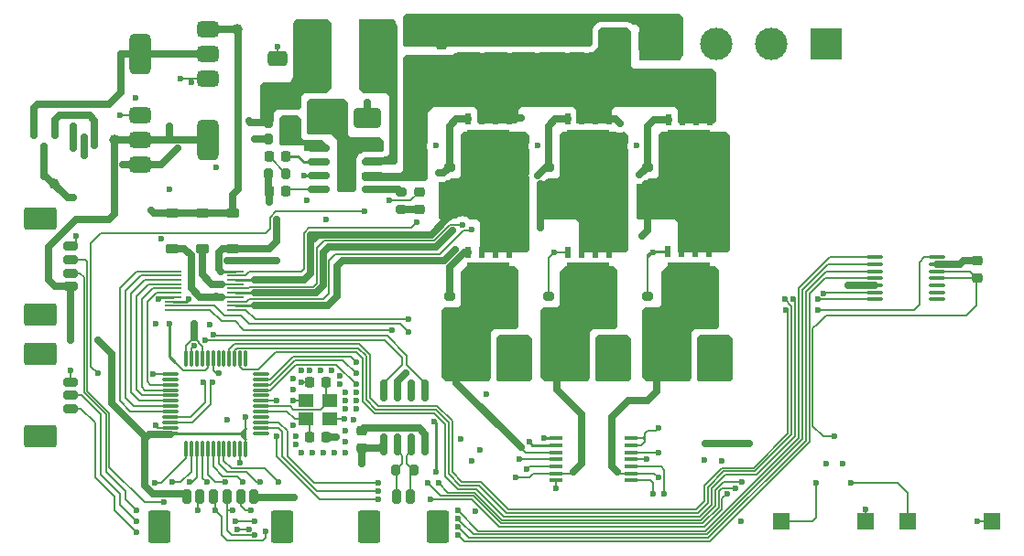
<source format=gbr>
%TF.GenerationSoftware,KiCad,Pcbnew,8.0.3-rc1*%
%TF.CreationDate,2024-06-29T16:34:31+08:00*%
%TF.ProjectId,MC_G431C8,4d435f47-3433-4314-9338-2e6b69636164,rev?*%
%TF.SameCoordinates,Original*%
%TF.FileFunction,Copper,L1,Top*%
%TF.FilePolarity,Positive*%
%FSLAX46Y46*%
G04 Gerber Fmt 4.6, Leading zero omitted, Abs format (unit mm)*
G04 Created by KiCad (PCBNEW 8.0.3-rc1) date 2024-06-29 16:34:31*
%MOMM*%
%LPD*%
G01*
G04 APERTURE LIST*
G04 Aperture macros list*
%AMRoundRect*
0 Rectangle with rounded corners*
0 $1 Rounding radius*
0 $2 $3 $4 $5 $6 $7 $8 $9 X,Y pos of 4 corners*
0 Add a 4 corners polygon primitive as box body*
4,1,4,$2,$3,$4,$5,$6,$7,$8,$9,$2,$3,0*
0 Add four circle primitives for the rounded corners*
1,1,$1+$1,$2,$3*
1,1,$1+$1,$4,$5*
1,1,$1+$1,$6,$7*
1,1,$1+$1,$8,$9*
0 Add four rect primitives between the rounded corners*
20,1,$1+$1,$2,$3,$4,$5,0*
20,1,$1+$1,$4,$5,$6,$7,0*
20,1,$1+$1,$6,$7,$8,$9,0*
20,1,$1+$1,$8,$9,$2,$3,0*%
G04 Aperture macros list end*
%TA.AperFunction,SMDPad,CuDef*%
%ADD10RoundRect,0.200000X-0.275000X0.200000X-0.275000X-0.200000X0.275000X-0.200000X0.275000X0.200000X0*%
%TD*%
%TA.AperFunction,SMDPad,CuDef*%
%ADD11RoundRect,0.150000X-0.150000X0.587500X-0.150000X-0.587500X0.150000X-0.587500X0.150000X0.587500X0*%
%TD*%
%TA.AperFunction,SMDPad,CuDef*%
%ADD12RoundRect,0.250000X0.650000X-0.412500X0.650000X0.412500X-0.650000X0.412500X-0.650000X-0.412500X0*%
%TD*%
%TA.AperFunction,SMDPad,CuDef*%
%ADD13R,0.500000X1.100000*%
%TD*%
%TA.AperFunction,SMDPad,CuDef*%
%ADD14R,4.000000X4.000000*%
%TD*%
%TA.AperFunction,SMDPad,CuDef*%
%ADD15RoundRect,0.225000X0.250000X-0.225000X0.250000X0.225000X-0.250000X0.225000X-0.250000X-0.225000X0*%
%TD*%
%TA.AperFunction,SMDPad,CuDef*%
%ADD16RoundRect,0.225000X0.225000X0.250000X-0.225000X0.250000X-0.225000X-0.250000X0.225000X-0.250000X0*%
%TD*%
%TA.AperFunction,SMDPad,CuDef*%
%ADD17C,1.000000*%
%TD*%
%TA.AperFunction,SMDPad,CuDef*%
%ADD18R,1.500000X1.500000*%
%TD*%
%TA.AperFunction,SMDPad,CuDef*%
%ADD19RoundRect,0.200000X-0.200000X-0.275000X0.200000X-0.275000X0.200000X0.275000X-0.200000X0.275000X0*%
%TD*%
%TA.AperFunction,SMDPad,CuDef*%
%ADD20RoundRect,0.200000X-0.450000X0.200000X-0.450000X-0.200000X0.450000X-0.200000X0.450000X0.200000X0*%
%TD*%
%TA.AperFunction,SMDPad,CuDef*%
%ADD21RoundRect,0.250001X-1.249999X0.799999X-1.249999X-0.799999X1.249999X-0.799999X1.249999X0.799999X0*%
%TD*%
%TA.AperFunction,SMDPad,CuDef*%
%ADD22RoundRect,0.062500X-0.675000X-0.062500X0.675000X-0.062500X0.675000X0.062500X-0.675000X0.062500X0*%
%TD*%
%TA.AperFunction,SMDPad,CuDef*%
%ADD23RoundRect,0.250000X-0.362500X-1.425000X0.362500X-1.425000X0.362500X1.425000X-0.362500X1.425000X0*%
%TD*%
%TA.AperFunction,SMDPad,CuDef*%
%ADD24RoundRect,0.250000X1.000000X0.650000X-1.000000X0.650000X-1.000000X-0.650000X1.000000X-0.650000X0*%
%TD*%
%TA.AperFunction,SMDPad,CuDef*%
%ADD25RoundRect,0.150000X-0.150000X0.825000X-0.150000X-0.825000X0.150000X-0.825000X0.150000X0.825000X0*%
%TD*%
%TA.AperFunction,SMDPad,CuDef*%
%ADD26RoundRect,0.375000X-0.625000X-0.375000X0.625000X-0.375000X0.625000X0.375000X-0.625000X0.375000X0*%
%TD*%
%TA.AperFunction,SMDPad,CuDef*%
%ADD27RoundRect,0.500000X-0.500000X-1.400000X0.500000X-1.400000X0.500000X1.400000X-0.500000X1.400000X0*%
%TD*%
%TA.AperFunction,SMDPad,CuDef*%
%ADD28RoundRect,0.150000X0.825000X0.150000X-0.825000X0.150000X-0.825000X-0.150000X0.825000X-0.150000X0*%
%TD*%
%TA.AperFunction,SMDPad,CuDef*%
%ADD29RoundRect,0.200000X-0.200000X-0.450000X0.200000X-0.450000X0.200000X0.450000X-0.200000X0.450000X0*%
%TD*%
%TA.AperFunction,SMDPad,CuDef*%
%ADD30RoundRect,0.250001X-0.799999X-1.249999X0.799999X-1.249999X0.799999X1.249999X-0.799999X1.249999X0*%
%TD*%
%TA.AperFunction,SMDPad,CuDef*%
%ADD31R,1.200000X0.400000*%
%TD*%
%TA.AperFunction,SMDPad,CuDef*%
%ADD32RoundRect,0.225000X-0.225000X-0.250000X0.225000X-0.250000X0.225000X0.250000X-0.225000X0.250000X0*%
%TD*%
%TA.AperFunction,ComponentPad*%
%ADD33R,3.000000X3.000000*%
%TD*%
%TA.AperFunction,ComponentPad*%
%ADD34C,3.000000*%
%TD*%
%TA.AperFunction,SMDPad,CuDef*%
%ADD35RoundRect,0.225000X0.375000X-0.225000X0.375000X0.225000X-0.375000X0.225000X-0.375000X-0.225000X0*%
%TD*%
%TA.AperFunction,ComponentPad*%
%ADD36R,1.700000X1.700000*%
%TD*%
%TA.AperFunction,ComponentPad*%
%ADD37O,1.700000X1.700000*%
%TD*%
%TA.AperFunction,SMDPad,CuDef*%
%ADD38RoundRect,0.100000X-0.637500X-0.100000X0.637500X-0.100000X0.637500X0.100000X-0.637500X0.100000X0*%
%TD*%
%TA.AperFunction,SMDPad,CuDef*%
%ADD39R,1.400000X1.200000*%
%TD*%
%TA.AperFunction,SMDPad,CuDef*%
%ADD40RoundRect,0.235000X0.940000X1.465000X-0.940000X1.465000X-0.940000X-1.465000X0.940000X-1.465000X0*%
%TD*%
%TA.AperFunction,SMDPad,CuDef*%
%ADD41RoundRect,0.200000X0.200000X0.275000X-0.200000X0.275000X-0.200000X-0.275000X0.200000X-0.275000X0*%
%TD*%
%TA.AperFunction,SMDPad,CuDef*%
%ADD42RoundRect,0.375000X0.625000X0.375000X-0.625000X0.375000X-0.625000X-0.375000X0.625000X-0.375000X0*%
%TD*%
%TA.AperFunction,SMDPad,CuDef*%
%ADD43RoundRect,0.500000X0.500000X1.400000X-0.500000X1.400000X-0.500000X-1.400000X0.500000X-1.400000X0*%
%TD*%
%TA.AperFunction,SMDPad,CuDef*%
%ADD44RoundRect,0.075000X0.662500X0.075000X-0.662500X0.075000X-0.662500X-0.075000X0.662500X-0.075000X0*%
%TD*%
%TA.AperFunction,SMDPad,CuDef*%
%ADD45RoundRect,0.075000X0.075000X0.662500X-0.075000X0.662500X-0.075000X-0.662500X0.075000X-0.662500X0*%
%TD*%
%TA.AperFunction,ViaPad*%
%ADD46C,0.600000*%
%TD*%
%TA.AperFunction,Conductor*%
%ADD47C,0.200000*%
%TD*%
%TA.AperFunction,Conductor*%
%ADD48C,0.635000*%
%TD*%
%TA.AperFunction,Conductor*%
%ADD49C,0.254000*%
%TD*%
G04 APERTURE END LIST*
D10*
%TO.P,R22,1*%
%TO.N,Net-(D9-A)*%
X145552000Y-74711000D03*
%TO.P,R22,2*%
%TO.N,/Driver/U*%
X145552000Y-76361000D03*
%TD*%
D11*
%TO.P,U4,1,K*%
%TO.N,Net-(Q1-B)*%
X112720000Y-71375000D03*
%TO.P,U4,2,REF*%
%TO.N,Net-(U4-REF)*%
X110820000Y-71375000D03*
%TO.P,U4,3,A*%
%TO.N,GND*%
X111770000Y-73250000D03*
%TD*%
D12*
%TO.P,C42,1*%
%TO.N,+24V*%
X157720000Y-64945000D03*
%TO.P,C42,2*%
%TO.N,GND*%
X157720000Y-61820000D03*
%TD*%
D13*
%TO.P,Q4,1,S*%
%TO.N,/Driver/V*%
X160292100Y-82581000D03*
%TO.P,Q4,2,S*%
X159022100Y-82581000D03*
%TO.P,Q4,3,S*%
X157752100Y-82581000D03*
%TO.P,Q4,4,G*%
%TO.N,Net-(D11-A)*%
X156482100Y-82581000D03*
%TO.P,Q4,5,D*%
%TO.N,/Driver/i_v*%
X156482100Y-88381000D03*
%TO.P,Q4,6,D*%
X157752100Y-88381000D03*
%TO.P,Q4,7,D*%
X159022100Y-88381000D03*
%TO.P,Q4,8,D*%
X160292100Y-88381000D03*
D14*
%TO.P,Q4,9,D*%
X158387100Y-85481000D03*
%TD*%
D15*
%TO.P,C44,1*%
%TO.N,+3V3*%
X137424000Y-100695000D03*
%TO.P,C44,2*%
%TO.N,Net-(U9-STB)*%
X137424000Y-99145000D03*
%TD*%
D16*
%TO.P,C21,1*%
%TO.N,Net-(U1-PF1_OSC_OUT)*%
X134148000Y-94665500D03*
%TO.P,C21,2*%
%TO.N,GND*%
X132598000Y-94665500D03*
%TD*%
D17*
%TO.P,TP3,1,1*%
%TO.N,+3.3VADC*%
X108976000Y-76298000D03*
%TD*%
D12*
%TO.P,C39,1*%
%TO.N,+24V*%
X147330000Y-64945000D03*
%TO.P,C39,2*%
%TO.N,GND*%
X147330000Y-61820000D03*
%TD*%
D18*
%TO.P,reset1,1,1*%
%TO.N,GND*%
X195680000Y-107540000D03*
%TO.P,reset1,2,2*%
%TO.N,/RST*%
X187880000Y-107540000D03*
%TD*%
D19*
%TO.P,R8,1*%
%TO.N,Net-(C14-Pad1)*%
X128819234Y-70569556D03*
%TO.P,R8,2*%
%TO.N,Net-(U5-FB)*%
X130469234Y-70569556D03*
%TD*%
D12*
%TO.P,C41,1*%
%TO.N,+24V*%
X152410000Y-64945000D03*
%TO.P,C41,2*%
%TO.N,GND*%
X152410000Y-61820000D03*
%TD*%
D20*
%TO.P,J2,1,Pin_1*%
%TO.N,GND*%
X110522000Y-94606000D03*
%TO.P,J2,2,Pin_2*%
%TO.N,/DEBUG_TX*%
X110522000Y-95856000D03*
%TO.P,J2,3,Pin_3*%
%TO.N,/DEBUG_RX*%
X110522000Y-97106000D03*
D21*
%TO.P,J2,MP*%
%TO.N,N/C*%
X107772000Y-92056000D03*
X107772000Y-99656000D03*
%TD*%
D10*
%TO.P,R6,1*%
%TO.N,Net-(U5-BS)*%
X141064666Y-76997000D03*
%TO.P,R6,2*%
%TO.N,Net-(C11-Pad1)*%
X141064666Y-78647000D03*
%TD*%
D13*
%TO.P,Q3,1,S*%
%TO.N,/Driver/U*%
X151077000Y-82581000D03*
%TO.P,Q3,2,S*%
X149807000Y-82581000D03*
%TO.P,Q3,3,S*%
X148537000Y-82581000D03*
%TO.P,Q3,4,G*%
%TO.N,Net-(D8-A)*%
X147267000Y-82581000D03*
%TO.P,Q3,5,D*%
%TO.N,/Driver/i_u*%
X147267000Y-88381000D03*
%TO.P,Q3,6,D*%
X148537000Y-88381000D03*
%TO.P,Q3,7,D*%
X149807000Y-88381000D03*
%TO.P,Q3,8,D*%
X151077000Y-88381000D03*
D14*
%TO.P,Q3,9,D*%
X149172000Y-85481000D03*
%TD*%
D22*
%TO.P,U2,1,HIN1*%
%TO.N,/TIM1_CH3*%
X120061334Y-84356686D03*
%TO.P,U2,2,HIN2*%
%TO.N,/TIM1_CH2*%
X120061334Y-84756686D03*
%TO.P,U2,3,HIN3*%
%TO.N,/TIM1_CH1*%
X120061334Y-85156686D03*
%TO.P,U2,4,LIN1*%
%TO.N,/TIM1_CH3N*%
X120061334Y-85556686D03*
%TO.P,U2,5,LIN2*%
%TO.N,/TIM1_CH2N*%
X120061334Y-85956686D03*
%TO.P,U2,6,LIN3*%
%TO.N,/TIM1_CH1N*%
X120061334Y-86356686D03*
%TO.P,U2,7,VCC*%
%TO.N,Net-(U2-VCC)*%
X120061334Y-86756686D03*
%TO.P,U2,8,COM*%
%TO.N,GND*%
X120061334Y-87156686D03*
%TO.P,U2,9,LO3*%
%TO.N,/Driver/W_CHN*%
X120061334Y-87556686D03*
%TO.P,U2,10,LO2*%
%TO.N,/Driver/V_CHN*%
X120061334Y-87956686D03*
%TO.P,U2,11,LO1*%
%TO.N,/Driver/U_CHN*%
X125786334Y-87956686D03*
%TO.P,U2,12,VS3*%
%TO.N,/Driver/W*%
X125786334Y-87556686D03*
%TO.P,U2,13,HO3*%
%TO.N,/Driver/W_CH*%
X125786334Y-87156686D03*
%TO.P,U2,14,VB3*%
%TO.N,Net-(D7-K)*%
X125786334Y-86756686D03*
%TO.P,U2,15,VS2*%
%TO.N,/Driver/V*%
X125786334Y-86356686D03*
%TO.P,U2,16,HO2*%
%TO.N,/Driver/V_CH*%
X125786334Y-85956686D03*
%TO.P,U2,17,VB2*%
%TO.N,Net-(D6-K)*%
X125786334Y-85556686D03*
%TO.P,U2,18,VS1*%
%TO.N,/Driver/U*%
X125786334Y-85156686D03*
%TO.P,U2,19,HO1*%
%TO.N,/Driver/U_CH*%
X125786334Y-84756686D03*
%TO.P,U2,20,VB1*%
%TO.N,Net-(D2-K)*%
X125786334Y-84356686D03*
%TD*%
D23*
%TO.P,R34,1*%
%TO.N,/Driver/i_w*%
X164714768Y-92363000D03*
%TO.P,R34,2*%
%TO.N,GND*%
X170639768Y-92363000D03*
%TD*%
D12*
%TO.P,C40,1*%
%TO.N,+24V*%
X149870000Y-64945000D03*
%TO.P,C40,2*%
%TO.N,GND*%
X149870000Y-61820000D03*
%TD*%
D24*
%TO.P,D5,1,K*%
%TO.N,Net-(D5-K)*%
X138008845Y-70163453D03*
%TO.P,D5,2,A*%
%TO.N,GND*%
X134008845Y-70163453D03*
%TD*%
D15*
%TO.P,C43,1*%
%TO.N,+3V3*%
X194320000Y-84960000D03*
%TO.P,C43,2*%
%TO.N,GND*%
X194320000Y-83410000D03*
%TD*%
D25*
%TO.P,U9,1,TXD*%
%TO.N,/CAN_-*%
X143329665Y-95413000D03*
%TO.P,U9,2,GND*%
%TO.N,GND*%
X142059665Y-95413000D03*
%TO.P,U9,3,VCC*%
%TO.N,+5V*%
X140789665Y-95413000D03*
%TO.P,U9,4,RXD*%
%TO.N,/CAN_+*%
X139519665Y-95413000D03*
%TO.P,U9,5,VIO*%
%TO.N,+3V3*%
X139519665Y-100363000D03*
%TO.P,U9,6,CANL*%
%TO.N,/CAN_P*%
X140789665Y-100363000D03*
%TO.P,U9,7,CANH*%
%TO.N,/CAN_N*%
X142059665Y-100363000D03*
%TO.P,U9,8,STB*%
%TO.N,Net-(U9-STB)*%
X143329665Y-100363000D03*
%TD*%
D16*
%TO.P,C10,1*%
%TO.N,Net-(U5-COMP)*%
X130419234Y-73744556D03*
%TO.P,C10,2*%
%TO.N,Net-(C10-Pad2)*%
X128869234Y-73744556D03*
%TD*%
D18*
%TO.P,key_1,1,1*%
%TO.N,GND*%
X183996000Y-107540000D03*
%TO.P,key_1,2,2*%
%TO.N,/KEY_01*%
X176196000Y-107540000D03*
%TD*%
D10*
%TO.P,R32,1*%
%TO.N,Net-(D12-A)*%
X163840000Y-74711000D03*
%TO.P,R32,2*%
%TO.N,/Driver/W*%
X163840000Y-76361000D03*
%TD*%
D15*
%TO.P,C11,1*%
%TO.N,Net-(C11-Pad1)*%
X142758000Y-78597000D03*
%TO.P,C11,2*%
%TO.N,Net-(D5-K)*%
X142758000Y-77047000D03*
%TD*%
D17*
%TO.P,TP2,1,1*%
%TO.N,+3V3*%
X114564000Y-72234000D03*
%TD*%
D26*
%TO.P,U6,1,GND*%
%TO.N,GND*%
X116953283Y-69893133D03*
%TO.P,U6,2,VO*%
%TO.N,+3V3*%
X116953283Y-72193133D03*
D27*
X123253283Y-72193133D03*
D26*
%TO.P,U6,3,VI*%
%TO.N,+5V*%
X116953283Y-74493133D03*
%TD*%
D13*
%TO.P,Q6,1,S*%
%TO.N,/Driver/W*%
X169582268Y-82570686D03*
%TO.P,Q6,2,S*%
X168312268Y-82570686D03*
%TO.P,Q6,3,S*%
X167042268Y-82570686D03*
%TO.P,Q6,4,G*%
%TO.N,Net-(D13-A)*%
X165772268Y-82570686D03*
%TO.P,Q6,5,D*%
%TO.N,/Driver/i_w*%
X165772268Y-88370686D03*
%TO.P,Q6,6,D*%
X167042268Y-88370686D03*
%TO.P,Q6,7,D*%
X168312268Y-88370686D03*
%TO.P,Q6,8,D*%
X169582268Y-88370686D03*
D14*
%TO.P,Q6,9,D*%
X167677268Y-85470686D03*
%TD*%
D12*
%TO.P,C14,1*%
%TO.N,Net-(C14-Pad1)*%
X129664234Y-67817056D03*
%TO.P,C14,2*%
%TO.N,GND*%
X129664234Y-64692056D03*
%TD*%
D15*
%TO.P,C4,1*%
%TO.N,+24V*%
X144790000Y-64932500D03*
%TO.P,C4,2*%
%TO.N,GND*%
X144790000Y-63382500D03*
%TD*%
D10*
%TO.P,R33,1*%
%TO.N,Net-(D13-A)*%
X163840000Y-86712000D03*
%TO.P,R33,2*%
%TO.N,/Driver/i_w*%
X163840000Y-88362000D03*
%TD*%
D11*
%TO.P,Q1,1,B*%
%TO.N,Net-(Q1-B)*%
X109069864Y-71351245D03*
%TO.P,Q1,2,C*%
%TO.N,+5V*%
X107169864Y-71351245D03*
%TO.P,Q1,3,E*%
%TO.N,+3.3VADC*%
X108119864Y-73226245D03*
%TD*%
D23*
%TO.P,R28,1*%
%TO.N,/Driver/i_v*%
X155462134Y-92363000D03*
%TO.P,R28,2*%
%TO.N,GND*%
X161387134Y-92363000D03*
%TD*%
D28*
%TO.P,U5,1,BS*%
%TO.N,Net-(U5-BS)*%
X138440000Y-76803782D03*
%TO.P,U5,2,IN*%
%TO.N,+24V*%
X138440000Y-75533782D03*
%TO.P,U5,3,SW*%
%TO.N,Net-(U5-SW)*%
X138440000Y-74263782D03*
%TO.P,U5,4,GND*%
%TO.N,GND*%
X138440000Y-72993782D03*
%TO.P,U5,5,FB*%
%TO.N,Net-(U5-FB)*%
X133490000Y-72993782D03*
%TO.P,U5,6,COMP*%
%TO.N,Net-(U5-COMP)*%
X133490000Y-74263782D03*
%TO.P,U5,7,EN*%
%TO.N,Net-(U5-EN)*%
X133490000Y-75533782D03*
%TO.P,U5,8,SS*%
%TO.N,Net-(U5-SS)*%
X133490000Y-76803782D03*
%TD*%
D13*
%TO.P,Q8,1,S*%
%TO.N,+24V*%
X151077000Y-70294423D03*
%TO.P,Q8,2,S*%
X149807000Y-70294423D03*
%TO.P,Q8,3,S*%
X148537000Y-70294423D03*
%TO.P,Q8,4,G*%
%TO.N,Net-(D9-A)*%
X147267000Y-70294423D03*
%TO.P,Q8,5,D*%
%TO.N,/Driver/U*%
X147267000Y-76094423D03*
%TO.P,Q8,6,D*%
X148537000Y-76094423D03*
%TO.P,Q8,7,D*%
X149807000Y-76094423D03*
%TO.P,Q8,8,D*%
X151077000Y-76094423D03*
D14*
%TO.P,Q8,9,D*%
X149172000Y-73194423D03*
%TD*%
D29*
%TO.P,J4,1,Pin_1*%
%TO.N,+3V3*%
X121258000Y-105232000D03*
%TO.P,J4,2,Pin_2*%
%TO.N,/SPI1_CS*%
X122508000Y-105232000D03*
%TO.P,J4,3,Pin_3*%
%TO.N,/SPI1_CLK*%
X123758000Y-105232000D03*
%TO.P,J4,4,Pin_4*%
%TO.N,/SPI1_MISO*%
X125008000Y-105232000D03*
%TO.P,J4,5,Pin_5*%
%TO.N,/SPI1_MOSI*%
X126258000Y-105232000D03*
%TO.P,J4,6,Pin_6*%
%TO.N,GND*%
X127508000Y-105232000D03*
D30*
%TO.P,J4,MP*%
%TO.N,N/C*%
X118708000Y-107982000D03*
X130058000Y-107982000D03*
%TD*%
D10*
%TO.P,R27,1*%
%TO.N,Net-(D11-A)*%
X154696000Y-86712000D03*
%TO.P,R27,2*%
%TO.N,/Driver/i_v*%
X154696000Y-88362000D03*
%TD*%
D17*
%TO.P,TP1,1,1*%
%TO.N,+12V*%
X125905409Y-61952695D03*
%TD*%
D31*
%TO.P,U3,1*%
%TO.N,Net-(C33-Pad2)*%
X155416000Y-99830000D03*
%TO.P,U3,2,-*%
%TO.N,Net-(U3A--)*%
X155416000Y-100480000D03*
%TO.P,U3,3,+*%
%TO.N,/Driver/i_u*%
X155416000Y-101130000D03*
%TO.P,U3,4,V*%
%TO.N,+3V3*%
X155416000Y-101780000D03*
%TO.P,U3,5,+*%
%TO.N,Net-(U3B-+)*%
X155416000Y-102430000D03*
%TO.P,U3,6,-*%
%TO.N,/Driver/i_v*%
X155416000Y-103080000D03*
%TO.P,U3,7*%
%TO.N,Net-(C37-Pad2)*%
X155416000Y-103730000D03*
%TO.P,U3,8,11*%
%TO.N,Net-(U3C-11)*%
X162316000Y-103730000D03*
%TO.P,U3,9,-*%
%TO.N,/Driver/i_w*%
X162316000Y-103080000D03*
%TO.P,U3,10,+*%
%TO.N,Net-(U3C-+)*%
X162316000Y-102430000D03*
%TO.P,U3,11,G*%
%TO.N,GND*%
X162316000Y-101780000D03*
%TO.P,U3,12,+*%
%TO.N,Net-(U3D-+)*%
X162316000Y-101130000D03*
%TO.P,U3,13,-*%
%TO.N,Net-(U3D--)*%
X162316000Y-100480000D03*
%TO.P,U3,14,D_O*%
X162316000Y-99830000D03*
%TD*%
D10*
%TO.P,R26,1*%
%TO.N,Net-(D10-A)*%
X154696000Y-74711000D03*
%TO.P,R26,2*%
%TO.N,/Driver/V*%
X154696000Y-76361000D03*
%TD*%
D32*
%TO.P,C20,1*%
%TO.N,Net-(U1-PF0_OSC_IN)*%
X132598000Y-99745500D03*
%TO.P,C20,2*%
%TO.N,GND*%
X134148000Y-99745500D03*
%TD*%
D33*
%TO.P,J5,1,Pin_1*%
%TO.N,/Driver/W*%
X180350000Y-63344000D03*
D34*
%TO.P,J5,2,Pin_2*%
%TO.N,/Driver/V*%
X175270000Y-63344000D03*
%TO.P,J5,3,Pin_3*%
%TO.N,/Driver/U*%
X170190000Y-63344000D03*
%TD*%
D29*
%TO.P,J6,1,Pin_1*%
%TO.N,/CAN_P*%
X140714145Y-105232000D03*
%TO.P,J6,2,Pin_2*%
%TO.N,/CAN_N*%
X141964145Y-105232000D03*
D30*
%TO.P,J6,MP*%
%TO.N,N/C*%
X138164145Y-107982000D03*
X144514145Y-107982000D03*
%TD*%
D35*
%TO.P,D7,1,K*%
%TO.N,Net-(D7-K)*%
X119898000Y-82266000D03*
%TO.P,D7,2,A*%
%TO.N,+12V*%
X119898000Y-78966000D03*
%TD*%
D36*
%TO.P,J1,1,Pin_1*%
%TO.N,GND*%
X163840000Y-63090000D03*
D37*
%TO.P,J1,2,Pin_2*%
%TO.N,+24V*%
X161300000Y-63090000D03*
%TD*%
D38*
%TO.P,U8,1,~{CS}*%
%TO.N,/SPI1_CS*%
X184891369Y-83057220D03*
%TO.P,U8,2,CLK*%
%TO.N,/SPI1_CLK*%
X184891369Y-83707220D03*
%TO.P,U8,3,MISO*%
%TO.N,/SPI1_MISO*%
X184891369Y-84357220D03*
%TO.P,U8,4,MOSI*%
%TO.N,/SPI1_MOSI*%
X184891369Y-85007220D03*
%TO.P,U8,5,TST*%
%TO.N,GND*%
X184891369Y-85657220D03*
%TO.P,U8,6,B*%
%TO.N,/ENCODER_B*%
X184891369Y-86307220D03*
%TO.P,U8,7,A*%
%TO.N,/ENCODER_A*%
X184891369Y-86957220D03*
%TO.P,U8,8,W/PWM*%
%TO.N,unconnected-(U8-W{slash}PWM-Pad8)*%
X190616369Y-86957220D03*
%TO.P,U8,9,V*%
%TO.N,unconnected-(U8-V-Pad9)*%
X190616369Y-86307220D03*
%TO.P,U8,10,U*%
%TO.N,unconnected-(U8-U-Pad10)*%
X190616369Y-85657220D03*
%TO.P,U8,11,VDD*%
%TO.N,+3V3*%
X190616369Y-85007220D03*
%TO.P,U8,12,VDD3V3*%
X190616369Y-84357220D03*
%TO.P,U8,13,GND*%
%TO.N,GND*%
X190616369Y-83707220D03*
%TO.P,U8,14,I/PWM*%
%TO.N,/ENCODER_Z*%
X190616369Y-83057220D03*
%TD*%
D39*
%TO.P,Y1,1,1*%
%TO.N,Net-(U1-PF1_OSC_OUT)*%
X134473000Y-96355500D03*
%TO.P,Y1,2,2*%
%TO.N,GND*%
X132273000Y-96355500D03*
%TO.P,Y1,3,3*%
%TO.N,Net-(U1-PF0_OSC_IN)*%
X132273000Y-98055500D03*
%TO.P,Y1,4,4*%
%TO.N,GND*%
X134473000Y-98055500D03*
%TD*%
D10*
%TO.P,R21,1*%
%TO.N,Net-(D8-A)*%
X145552000Y-86712000D03*
%TO.P,R21,2*%
%TO.N,/Driver/i_u*%
X145552000Y-88362000D03*
%TD*%
D16*
%TO.P,C7,1*%
%TO.N,Net-(U5-SS)*%
X130419234Y-76919556D03*
%TO.P,C7,2*%
%TO.N,GND*%
X128869234Y-76919556D03*
%TD*%
D40*
%TO.P,L1,1*%
%TO.N,Net-(U5-SW)*%
X139058816Y-64535000D03*
%TO.P,L1,2*%
%TO.N,Net-(C14-Pad1)*%
X133008816Y-64535000D03*
%TD*%
D23*
%TO.P,R23,1*%
%TO.N,/Driver/i_u*%
X146209500Y-92363000D03*
%TO.P,R23,2*%
%TO.N,GND*%
X152134500Y-92363000D03*
%TD*%
D41*
%TO.P,R9,1*%
%TO.N,Net-(U5-FB)*%
X130469234Y-72157056D03*
%TO.P,R9,2*%
%TO.N,GND*%
X128819234Y-72157056D03*
%TD*%
D12*
%TO.P,C3,1*%
%TO.N,+24V*%
X154950000Y-64945000D03*
%TO.P,C3,2*%
%TO.N,GND*%
X154950000Y-61820000D03*
%TD*%
D13*
%TO.P,Q2,1,S*%
%TO.N,+24V*%
X160292100Y-70294423D03*
%TO.P,Q2,2,S*%
X159022100Y-70294423D03*
%TO.P,Q2,3,S*%
X157752100Y-70294423D03*
%TO.P,Q2,4,G*%
%TO.N,Net-(D10-A)*%
X156482100Y-70294423D03*
%TO.P,Q2,5,D*%
%TO.N,/Driver/V*%
X156482100Y-76094423D03*
%TO.P,Q2,6,D*%
X157752100Y-76094423D03*
%TO.P,Q2,7,D*%
X159022100Y-76094423D03*
%TO.P,Q2,8,D*%
X160292100Y-76094423D03*
D14*
%TO.P,Q2,9,D*%
X158387100Y-73194423D03*
%TD*%
D35*
%TO.P,D2,1,K*%
%TO.N,Net-(D2-K)*%
X125486000Y-82266000D03*
%TO.P,D2,2,A*%
%TO.N,+12V*%
X125486000Y-78966000D03*
%TD*%
D13*
%TO.P,Q5,1,S*%
%TO.N,+24V*%
X169607201Y-70318869D03*
%TO.P,Q5,2,S*%
X168337201Y-70318869D03*
%TO.P,Q5,3,S*%
X167067201Y-70318869D03*
%TO.P,Q5,4,G*%
%TO.N,Net-(D12-A)*%
X165797201Y-70318869D03*
%TO.P,Q5,5,D*%
%TO.N,/Driver/W*%
X165797201Y-76118869D03*
%TO.P,Q5,6,D*%
X167067201Y-76118869D03*
%TO.P,Q5,7,D*%
X168337201Y-76118869D03*
%TO.P,Q5,8,D*%
X169607201Y-76118869D03*
D14*
%TO.P,Q5,9,D*%
X167702201Y-73218869D03*
%TD*%
D42*
%TO.P,U7,1,GND*%
%TO.N,GND*%
X123253283Y-66536226D03*
%TO.P,U7,2,VO*%
%TO.N,+5V*%
X123253283Y-64236226D03*
D43*
X116953283Y-64236226D03*
D42*
%TO.P,U7,3,VI*%
%TO.N,+12V*%
X123253283Y-61936226D03*
%TD*%
D20*
%TO.P,J3,1,Pin_1*%
%TO.N,GND*%
X110522000Y-82043000D03*
%TO.P,J3,2,Pin_2*%
%TO.N,/SWCLK*%
X110522000Y-83293000D03*
%TO.P,J3,3,Pin_3*%
%TO.N,/SWDIO*%
X110522000Y-84543000D03*
%TO.P,J3,4,Pin_4*%
%TO.N,+3V3*%
X110522000Y-85793000D03*
D21*
%TO.P,J3,MP*%
%TO.N,N/C*%
X107772000Y-79493000D03*
X107772000Y-88343000D03*
%TD*%
D44*
%TO.P,U1,1,VBAT*%
%TO.N,unconnected-(U1-VBAT-Pad1)*%
X128124500Y-99368000D03*
%TO.P,U1,2,PC13*%
%TO.N,/LED_01*%
X128124500Y-98868000D03*
%TO.P,U1,3,PC14*%
%TO.N,/KEY_01*%
X128124500Y-98368000D03*
%TO.P,U1,4,PC15*%
%TO.N,unconnected-(U1-PC15-Pad4)*%
X128124500Y-97868000D03*
%TO.P,U1,5,PF0_OSC_IN*%
%TO.N,Net-(U1-PF0_OSC_IN)*%
X128124500Y-97368000D03*
%TO.P,U1,6,PF1_OSC_OUT*%
%TO.N,Net-(U1-PF1_OSC_OUT)*%
X128124500Y-96868000D03*
%TO.P,U1,7,PG10/NRST*%
%TO.N,/RST*%
X128124500Y-96368000D03*
%TO.P,U1,8,PA0/ADC1_CH1*%
%TO.N,unconnected-(U1-PA0{slash}ADC1_CH1-Pad8)*%
X128124500Y-95868000D03*
%TO.P,U1,9,PA1/ADC1_CH2*%
%TO.N,/OP_I_W*%
X128124500Y-95368000D03*
%TO.P,U1,10,PA2/ADC1_CH3*%
%TO.N,/OP_I_V*%
X128124500Y-94868000D03*
%TO.P,U1,11,PA3*%
%TO.N,/OP_I_U*%
X128124500Y-94368000D03*
%TO.P,U1,12,PA4*%
%TO.N,unconnected-(U1-PA4-Pad12)*%
X128124500Y-93868000D03*
D45*
%TO.P,U1,13,PA5*%
%TO.N,unconnected-(U1-PA5-Pad13)*%
X126712000Y-92455500D03*
%TO.P,U1,14,PA6*%
%TO.N,/ENCODER_A*%
X126212000Y-92455500D03*
%TO.P,U1,15,PA7*%
%TO.N,/ENCODER_B*%
X125712000Y-92455500D03*
%TO.P,U1,16,PB0*%
%TO.N,/ENCODER_Z*%
X125212000Y-92455500D03*
%TO.P,U1,17,PB1*%
%TO.N,unconnected-(U1-PB1-Pad17)*%
X124712000Y-92455500D03*
%TO.P,U1,18,PB2*%
%TO.N,unconnected-(U1-PB2-Pad18)*%
X124212000Y-92455500D03*
%TO.P,U1,19,VSSA*%
%TO.N,GND*%
X123712000Y-92455500D03*
%TO.P,U1,20,VREF+*%
%TO.N,+3.3VADC*%
X123212000Y-92455500D03*
%TO.P,U1,21,VDDA*%
%TO.N,+3V3*%
X122712000Y-92455500D03*
%TO.P,U1,22,PB10*%
%TO.N,unconnected-(U1-PB10-Pad22)*%
X122212000Y-92455500D03*
%TO.P,U1,23,VSS*%
%TO.N,GND*%
X121712000Y-92455500D03*
%TO.P,U1,24,VDD*%
%TO.N,+3V3*%
X121212000Y-92455500D03*
D44*
%TO.P,U1,25,PB11*%
%TO.N,/ADC_VBUS*%
X119799500Y-93868000D03*
%TO.P,U1,26,PB12*%
%TO.N,unconnected-(U1-PB12-Pad26)*%
X119799500Y-94368000D03*
%TO.P,U1,27,PB13*%
%TO.N,/TIM1_CH1N*%
X119799500Y-94868000D03*
%TO.P,U1,28,PB14*%
%TO.N,/TIM1_CH2N*%
X119799500Y-95368000D03*
%TO.P,U1,29,PB15*%
%TO.N,/TIM1_CH3N*%
X119799500Y-95868000D03*
%TO.P,U1,30,PA8/TIM1_CH1*%
%TO.N,/TIM1_CH1*%
X119799500Y-96368000D03*
%TO.P,U1,31,PA9/TIM1_CH2*%
%TO.N,/TIM1_CH2*%
X119799500Y-96868000D03*
%TO.P,U1,32,PA10/TIM1_CH3*%
%TO.N,/TIM1_CH3*%
X119799500Y-97368000D03*
%TO.P,U1,33,PA11/TIM1_CH4*%
%TO.N,/CAN_+*%
X119799500Y-97868000D03*
%TO.P,U1,34,PA12*%
%TO.N,/CAN_-*%
X119799500Y-98368000D03*
%TO.P,U1,35,VSS*%
%TO.N,GND*%
X119799500Y-98868000D03*
%TO.P,U1,36,VDD*%
%TO.N,+3V3*%
X119799500Y-99368000D03*
D45*
%TO.P,U1,37,PA13*%
%TO.N,Net-(U1-PA13)*%
X121212000Y-100780500D03*
%TO.P,U1,38,PA14*%
%TO.N,Net-(U1-PA14)*%
X121712000Y-100780500D03*
%TO.P,U1,39,PA15*%
%TO.N,Net-(U1-PA15)*%
X122212000Y-100780500D03*
%TO.P,U1,40,PB3*%
%TO.N,Net-(U1-PB3)*%
X122712000Y-100780500D03*
%TO.P,U1,41,PB4*%
%TO.N,Net-(U1-PB4)*%
X123212000Y-100780500D03*
%TO.P,U1,42,PB5*%
%TO.N,Net-(U1-PB5)*%
X123712000Y-100780500D03*
%TO.P,U1,43,PB6*%
%TO.N,Net-(U1-PB6)*%
X124212000Y-100780500D03*
%TO.P,U1,44,PB7*%
%TO.N,Net-(U1-PB7)*%
X124712000Y-100780500D03*
%TO.P,U1,45,PB8/BOOT0/SCL*%
%TO.N,unconnected-(U1-PB8{slash}BOOT0{slash}SCL-Pad45)*%
X125212000Y-100780500D03*
%TO.P,U1,46,PB9/I2C1_SDA*%
%TO.N,unconnected-(U1-PB9{slash}I2C1_SDA-Pad46)*%
X125712000Y-100780500D03*
%TO.P,U1,47,VSS*%
%TO.N,GND*%
X126212000Y-100780500D03*
%TO.P,U1,48,VDD*%
%TO.N,+3V3*%
X126712000Y-100780500D03*
%TD*%
D41*
%TO.P,R5,1*%
%TO.N,Net-(C10-Pad2)*%
X130469234Y-75332056D03*
%TO.P,R5,2*%
%TO.N,GND*%
X128819234Y-75332056D03*
%TD*%
%TO.P,R57,1*%
%TO.N,/CAN_N*%
X142258267Y-102758000D03*
%TO.P,R57,2*%
%TO.N,/CAN_P*%
X140608267Y-102758000D03*
%TD*%
D35*
%TO.P,D6,1,K*%
%TO.N,Net-(D6-K)*%
X122692000Y-82266000D03*
%TO.P,D6,2,A*%
%TO.N,+12V*%
X122692000Y-78966000D03*
%TD*%
D46*
%TO.N,/ADC_VBUS*%
X118183000Y-93868000D03*
X137678000Y-78838000D03*
X113059000Y-93824000D03*
%TO.N,/Driver/W_CH*%
X147584000Y-80509000D03*
%TO.N,/Driver/V_CH*%
X146785500Y-80071500D03*
%TO.N,/Driver/U_CH*%
X142504000Y-79854000D03*
%TO.N,/OP_I_W*%
X136916000Y-94840000D03*
%TO.N,/OP_I_V*%
X136916000Y-93824000D03*
%TO.N,/OP_I_U*%
X136916000Y-92808000D03*
%TO.N,+12V*%
X117967331Y-78685331D03*
X125994000Y-63598000D03*
%TO.N,+3V3*%
X126712000Y-97888000D03*
X119644000Y-70964000D03*
X110500000Y-90776000D03*
X173314940Y-100351060D03*
X151984000Y-101780000D03*
X181112000Y-99666000D03*
X113040000Y-90776000D03*
X117358000Y-99920000D03*
X137424000Y-102206000D03*
X169174000Y-100351060D03*
X121930000Y-89252000D03*
%TO.N,+3.3VADC*%
X110754000Y-77568000D03*
X119644000Y-89252000D03*
X108125790Y-75530080D03*
%TO.N,/Driver/U_CHN*%
X141742000Y-88828186D03*
%TO.N,/Driver/V_CHN*%
X140218000Y-89779000D03*
%TO.N,/Driver/W_CHN*%
X141742000Y-90014000D03*
%TO.N,/Driver/U*%
X148346000Y-74012000D03*
X147584000Y-74774000D03*
X149870000Y-74012000D03*
X147584000Y-72488000D03*
X149108000Y-72488000D03*
X149870000Y-71726000D03*
X149108000Y-73250000D03*
X132720000Y-80992000D03*
X148346000Y-71726000D03*
X149108000Y-74012000D03*
X148346000Y-74774000D03*
X149108000Y-71726000D03*
X147584000Y-74012000D03*
X149870000Y-74774000D03*
X149870000Y-72488000D03*
X149870000Y-73250000D03*
X147584000Y-73250000D03*
X148346000Y-73250000D03*
X148346000Y-72488000D03*
X147584000Y-71726000D03*
X149108000Y-74774000D03*
%TO.N,/Driver/V*%
X156982000Y-74012000D03*
X133868000Y-83410000D03*
X157871000Y-73250000D03*
X157913333Y-72488000D03*
X158760000Y-74012000D03*
X158760000Y-73250000D03*
X157871000Y-74774000D03*
X153934000Y-80362000D03*
X158844666Y-72488000D03*
X156982000Y-71726000D03*
X157871000Y-74012000D03*
X156982000Y-72488000D03*
X158844666Y-71726000D03*
X145806000Y-80616000D03*
X156982000Y-73250000D03*
X158760000Y-74774000D03*
X157913333Y-71726000D03*
X156982000Y-74774000D03*
%TO.N,/Driver/W*%
X168412000Y-74012000D03*
X167650000Y-72488000D03*
X169174000Y-74012000D03*
X167650000Y-73250000D03*
X167650000Y-74012000D03*
X166126000Y-72488000D03*
X166888000Y-71726000D03*
X166888000Y-74774000D03*
X169174000Y-73250000D03*
X168412000Y-73250000D03*
X163332000Y-81124000D03*
X167650000Y-74774000D03*
X134376000Y-87474000D03*
X169174000Y-72488000D03*
X168412000Y-72488000D03*
X166126000Y-73250000D03*
X166126000Y-71726000D03*
X166888000Y-73250000D03*
X168412000Y-74774000D03*
X166888000Y-72488000D03*
X166126000Y-74012000D03*
X169174000Y-74774000D03*
X166888000Y-74012000D03*
X146060000Y-82394000D03*
X166126000Y-74774000D03*
X167650000Y-71726000D03*
X168412000Y-71726000D03*
X169174000Y-71726000D03*
%TO.N,GND*%
X136535000Y-75536000D03*
X132852000Y-101190000D03*
X163758000Y-101780000D03*
X118374000Y-89252000D03*
X182420780Y-85657220D03*
X120660000Y-66536226D03*
X136408000Y-73885000D03*
X144028000Y-60949805D03*
X135519000Y-75663000D03*
X121753581Y-66846794D03*
X146060000Y-63344000D03*
X133868000Y-101190000D03*
X136408000Y-73123000D03*
X168920000Y-90776000D03*
X135812000Y-98055500D03*
X146578738Y-99909262D03*
X168920000Y-94078000D03*
X126212000Y-102078000D03*
X162824000Y-72742000D03*
X156474000Y-63344000D03*
X135519000Y-74774000D03*
X150378000Y-90776000D03*
X160284000Y-93252500D03*
X150378000Y-94078000D03*
X169682000Y-91601500D03*
X136662000Y-98142000D03*
X143012000Y-61747870D03*
X168920000Y-92427000D03*
X133868000Y-68805000D03*
X144028000Y-62545935D03*
X123962000Y-74774000D03*
X160284000Y-92427000D03*
X135900000Y-99158000D03*
X111770000Y-71980000D03*
X135773000Y-70583000D03*
X160284000Y-90776000D03*
X135392000Y-94078000D03*
X136916000Y-95602000D03*
X172476000Y-107540000D03*
X168920000Y-93252500D03*
X160284000Y-91601500D03*
X132979000Y-68805000D03*
X134122000Y-79600000D03*
X135519000Y-76425000D03*
X144028000Y-61747870D03*
X146060000Y-60949805D03*
X159522000Y-94078000D03*
X136408000Y-74774000D03*
X143012000Y-63344000D03*
X131074000Y-96355500D03*
X169682000Y-93252500D03*
X168920000Y-91601500D03*
X134884000Y-101190000D03*
X156474000Y-62582000D03*
X111008000Y-81124000D03*
X151140000Y-91601500D03*
X148600000Y-62582000D03*
X118882000Y-81378000D03*
X150378000Y-92427000D03*
X135900000Y-101190000D03*
X159522000Y-91601500D03*
X143012000Y-60949805D03*
X151140000Y-92427000D03*
X135058500Y-99745500D03*
X148970349Y-95718349D03*
X135773000Y-71472000D03*
X142102984Y-62545935D03*
X148600000Y-63344000D03*
X151140000Y-62582000D03*
X131836000Y-101190000D03*
X135519000Y-73123000D03*
X136535000Y-76298000D03*
X148346000Y-100936000D03*
X135392000Y-94840000D03*
X193050000Y-83410000D03*
X131170354Y-105235000D03*
X150378000Y-91601500D03*
X138948000Y-72361000D03*
X153680000Y-72742000D03*
X147920000Y-106606000D03*
X135900000Y-100174000D03*
X150378000Y-93252500D03*
X144028000Y-63344000D03*
X142102984Y-60949805D03*
X194320000Y-107540000D03*
X110500000Y-93570000D03*
X131836000Y-93570000D03*
X151140000Y-93252500D03*
X183996000Y-106434000D03*
X115126867Y-69893133D03*
X159522000Y-93252500D03*
X181874000Y-102206000D03*
X131836000Y-94665500D03*
X127594944Y-72157056D03*
X134884000Y-68805000D03*
X135773000Y-69694000D03*
X116575251Y-68267372D03*
X143012000Y-62545935D03*
X160284000Y-94078000D03*
X145044000Y-60949805D03*
X133614000Y-93570000D03*
X169097060Y-101875060D03*
X169682000Y-92427000D03*
X132344000Y-77822000D03*
X142102984Y-61747870D03*
X151140000Y-60949805D03*
X135773000Y-68932000D03*
X131328000Y-100428000D03*
X121930000Y-91284000D03*
X153680000Y-63344000D03*
X136916000Y-96364000D03*
X142102984Y-63344000D03*
X169682000Y-90776000D03*
X124978000Y-98142000D03*
X136916000Y-72361000D03*
X151140000Y-90776000D03*
X132598000Y-93570000D03*
X146060000Y-62582000D03*
X135519000Y-73885000D03*
X180350000Y-102206000D03*
X134630000Y-93570000D03*
X151140000Y-63344000D03*
X135900000Y-96364000D03*
X123441000Y-89265000D03*
X135900000Y-72361000D03*
X169682000Y-94078000D03*
X135900000Y-95602000D03*
X137932000Y-72361000D03*
X131074000Y-98650000D03*
X142059665Y-95111500D03*
X121422000Y-86966000D03*
X136916000Y-97126000D03*
X131074000Y-94332000D03*
X119656470Y-76806000D03*
X129677000Y-63598000D03*
X148600000Y-60949805D03*
X124216000Y-93824000D03*
X159522000Y-92427000D03*
X156474000Y-60949805D03*
X131074000Y-95348000D03*
X144282000Y-72742000D03*
X118374000Y-98650000D03*
X159522000Y-90776000D03*
X131328000Y-99666000D03*
X135900000Y-97126000D03*
X151140000Y-94078000D03*
X153680000Y-60949805D03*
X153680000Y-62582000D03*
X158252000Y-63344000D03*
X128869234Y-77994766D03*
%TO.N,/Driver/i_w*%
X164856000Y-103476000D03*
%TO.N,Net-(U3D--)*%
X164856000Y-98904000D03*
%TO.N,Vref*%
X147584000Y-101952000D03*
X170698000Y-101952000D03*
%TO.N,/Driver/i_v*%
X151648000Y-103478775D03*
%TO.N,/Driver/i_u*%
X152156000Y-100682000D03*
%TO.N,Net-(U4-REF)*%
X110820000Y-72930000D03*
%TO.N,+5V*%
X141488000Y-93824000D03*
X144163354Y-98260646D03*
X144282000Y-102968000D03*
X120418470Y-72996000D03*
X115326000Y-74493133D03*
X108722000Y-68932000D03*
X115202226Y-64236226D03*
%TO.N,Net-(Q1-B)*%
X112720000Y-72676000D03*
%TO.N,/DEBUG_RX*%
X125924285Y-108243257D03*
X116596000Y-108556000D03*
X127010000Y-108264000D03*
%TO.N,Net-(U1-PB7)*%
X129717000Y-103911428D03*
%TO.N,/DEBUG_TX*%
X116596000Y-107540000D03*
X125740000Y-107540000D03*
X127518000Y-107540000D03*
%TO.N,Net-(U1-PB6)*%
X128084142Y-103911428D03*
%TO.N,/SPI1_CS*%
X146314000Y-106524000D03*
X122283571Y-106521068D03*
%TO.N,Net-(U1-PB5)*%
X126451285Y-103911428D03*
%TO.N,Net-(U1-PB3)*%
X123113000Y-103911428D03*
%TO.N,/SPI1_MISO*%
X127518000Y-108791000D03*
X146314000Y-108013003D03*
X125549285Y-106503693D03*
%TO.N,Net-(U1-PA15)*%
X121552714Y-103911428D03*
%TO.N,/SPI1_CLK*%
X123875000Y-106524000D03*
X146314000Y-107286000D03*
X128581001Y-108464000D03*
%TO.N,/SWCLK*%
X119136000Y-105762000D03*
%TO.N,Net-(U1-PA14)*%
X119919857Y-103911428D03*
%TO.N,/SWDIO*%
X116596000Y-106524000D03*
%TO.N,Net-(U1-PA13)*%
X118287000Y-103984000D03*
%TO.N,Net-(U3A--)*%
X152918000Y-100174000D03*
%TO.N,Net-(U3C-+)*%
X165383000Y-104981000D03*
%TO.N,Net-(U3D-+)*%
X164856000Y-101130000D03*
%TO.N,Net-(D13-A)*%
X164348000Y-82648000D03*
%TO.N,Net-(D12-A)*%
X163098000Y-75453000D03*
%TO.N,/SPI1_MOSI*%
X127177000Y-106524000D03*
X146314000Y-108810000D03*
%TO.N,Net-(U1-PB4)*%
X124818428Y-103911428D03*
%TO.N,Net-(C37-Pad2)*%
X155416000Y-104450000D03*
%TO.N,Net-(D11-A)*%
X155204000Y-82648000D03*
%TO.N,Net-(D10-A)*%
X153726307Y-75489693D03*
%TO.N,Net-(U3B-+)*%
X152664000Y-102714000D03*
%TO.N,Net-(D9-A)*%
X144536000Y-75282000D03*
%TO.N,Net-(D8-A)*%
X145552000Y-84680000D03*
%TO.N,Net-(U2-VCC)*%
X118628000Y-86966000D03*
%TO.N,Net-(U5-EN)*%
X132090000Y-75536000D03*
%TO.N,+24V*%
X140929146Y-75648268D03*
X142758000Y-70964000D03*
X152156000Y-70202000D03*
X161300000Y-70710000D03*
%TO.N,Net-(C14-Pad1)*%
X127010000Y-70456000D03*
%TO.N,Net-(U3C-11)*%
X164348000Y-105000000D03*
%TO.N,Net-(C33-Pad2)*%
X154278000Y-99830000D03*
%TO.N,/KEY_01*%
X171968000Y-104492000D03*
X138948000Y-103984000D03*
X143520000Y-103984000D03*
X179420770Y-103984000D03*
%TO.N,/RST*%
X138948000Y-105508000D03*
X143774000Y-105508000D03*
X129550000Y-96341000D03*
X182636000Y-103984000D03*
X129550000Y-99666000D03*
X171206000Y-105000000D03*
%TO.N,Net-(D6-K)*%
X129550000Y-83410000D03*
X122692000Y-83410000D03*
X124978000Y-83410000D03*
%TO.N,Net-(D7-K)*%
X123962000Y-86712000D03*
%TO.N,/ENCODER_Z*%
X179588000Y-87982000D03*
X176664000Y-87982000D03*
%TO.N,/ENCODER_B*%
X176540000Y-86966000D03*
X180102068Y-86430220D03*
%TO.N,/ENCODER_A*%
X179588000Y-86966000D03*
X177318000Y-86966000D03*
%TO.N,/LED_01*%
X144536000Y-103984000D03*
X172596460Y-103863540D03*
X138948000Y-104746000D03*
%TO.N,Net-(D5-K)*%
X139964000Y-77822000D03*
X138008845Y-68754845D03*
%TO.N,/CAN_+*%
X122814864Y-94625864D03*
X122946000Y-90776000D03*
%TO.N,/CAN_-*%
X123664864Y-94625864D03*
X123708000Y-90220000D03*
%TO.N,Net-(D2-K)*%
X129550000Y-79600000D03*
%TD*%
D47*
%TO.N,/ADC_VBUS*%
X112424000Y-93189000D02*
X113059000Y-93824000D01*
X129005500Y-80398500D02*
X128553000Y-80851000D01*
X118183000Y-93868000D02*
X119799500Y-93868000D01*
X112424000Y-81740000D02*
X112424000Y-93189000D01*
X113313000Y-80851000D02*
X112424000Y-81740000D01*
X128553000Y-80851000D02*
X113313000Y-80851000D01*
X137678000Y-78838000D02*
X129541961Y-78838000D01*
X129541961Y-78838000D02*
X129005500Y-79374461D01*
X129005500Y-79374461D02*
X129005500Y-80398500D01*
%TO.N,/Driver/W_CH*%
X147584000Y-80616000D02*
X147584000Y-80509000D01*
X134412500Y-83373500D02*
X135011000Y-82775000D01*
X126819314Y-87156686D02*
X127010000Y-86966000D01*
X133868000Y-86966000D02*
X134412500Y-86421500D01*
X144663000Y-82775000D02*
X146822000Y-80616000D01*
X135011000Y-82775000D02*
X144663000Y-82775000D01*
X134412500Y-86421500D02*
X134412500Y-83373500D01*
X127010000Y-86966000D02*
X132598000Y-86966000D01*
X125786334Y-87156686D02*
X126819314Y-87156686D01*
X146822000Y-80616000D02*
X147584000Y-80616000D01*
X132598000Y-86966000D02*
X133868000Y-86966000D01*
%TO.N,/Driver/V_CH*%
X146785500Y-80071500D02*
X145580460Y-80071500D01*
X132989814Y-85812186D02*
X127147814Y-85812186D01*
X133323500Y-82176500D02*
X133323500Y-85478500D01*
X133963500Y-81536500D02*
X133323500Y-82176500D01*
X145580460Y-80071500D02*
X144115460Y-81536500D01*
X127003314Y-85956686D02*
X125786334Y-85956686D01*
X133323500Y-85478500D02*
X132989814Y-85812186D01*
X144115460Y-81536500D02*
X133963500Y-81536500D01*
X127147814Y-85812186D02*
X127003314Y-85956686D01*
%TO.N,/Driver/U_CH*%
X126679314Y-84756686D02*
X125786334Y-84756686D01*
X132175500Y-80766461D02*
X132175500Y-80784500D01*
X127010000Y-84426000D02*
X126679314Y-84756686D01*
X132090000Y-80870000D02*
X132090000Y-84172000D01*
X141996000Y-80362000D02*
X132579961Y-80362000D01*
X131836000Y-84426000D02*
X127010000Y-84426000D01*
X132579961Y-80362000D02*
X132175500Y-80766461D01*
X142504000Y-79854000D02*
X141996000Y-80362000D01*
X132090000Y-84172000D02*
X131836000Y-84426000D01*
X132175500Y-80784500D02*
X132090000Y-80870000D01*
%TO.N,/OP_I_W*%
X129022000Y-95368000D02*
X128124500Y-95368000D01*
X131399408Y-92990592D02*
X129022000Y-95368000D01*
X136916000Y-94840000D02*
X135066592Y-92990592D01*
X135066592Y-92990592D02*
X131399408Y-92990592D01*
%TO.N,/OP_I_V*%
X131255000Y-92627000D02*
X129014000Y-94868000D01*
X129014000Y-94868000D02*
X128124500Y-94868000D01*
X135719000Y-92627000D02*
X131255000Y-92627000D01*
X136916000Y-93824000D02*
X135719000Y-92627000D01*
%TO.N,/OP_I_U*%
X129006000Y-94368000D02*
X128124500Y-94368000D01*
X136916000Y-92808000D02*
X136408000Y-92300000D01*
X131074000Y-92300000D02*
X129006000Y-94368000D01*
X136408000Y-92300000D02*
X131074000Y-92300000D01*
%TO.N,/TIM1_CH1*%
X116088000Y-95602000D02*
X116088000Y-86458000D01*
X116854000Y-96368000D02*
X116088000Y-95602000D01*
X119799500Y-96368000D02*
X116854000Y-96368000D01*
X116088000Y-86458000D02*
X117389314Y-85156686D01*
X117389314Y-85156686D02*
X120061334Y-85156686D01*
%TO.N,/TIM1_CH2*%
X115580000Y-96110000D02*
X115580000Y-86204000D01*
X116338000Y-96868000D02*
X115580000Y-96110000D01*
X115580000Y-86204000D02*
X117027314Y-84756686D01*
X117027314Y-84756686D02*
X120061334Y-84756686D01*
X119799500Y-96868000D02*
X116338000Y-96868000D01*
%TO.N,/TIM1_CH3*%
X116076000Y-97368000D02*
X119799500Y-97368000D01*
X116665314Y-84356686D02*
X115072000Y-85950000D01*
X120061334Y-84356686D02*
X116665314Y-84356686D01*
X115072000Y-96364000D02*
X116076000Y-97368000D01*
X115072000Y-85950000D02*
X115072000Y-96364000D01*
%TO.N,/TIM1_CH1N*%
X117612000Y-94586000D02*
X117894000Y-94868000D01*
X117612000Y-87220000D02*
X117612000Y-94586000D01*
X118475314Y-86356686D02*
X117612000Y-87220000D01*
X120061334Y-86356686D02*
X118475314Y-86356686D01*
X117894000Y-94868000D02*
X119799500Y-94868000D01*
%TO.N,/TIM1_CH2N*%
X118120000Y-85950000D02*
X118126686Y-85956686D01*
X119799500Y-95368000D02*
X117378000Y-95368000D01*
X117104000Y-86966000D02*
X118120000Y-85950000D01*
X117378000Y-95368000D02*
X117104000Y-95094000D01*
X118126686Y-85956686D02*
X120061334Y-85956686D01*
X117104000Y-95094000D02*
X117104000Y-86966000D01*
%TO.N,/TIM1_CH3N*%
X119799500Y-95868000D02*
X117116000Y-95868000D01*
X117116000Y-95868000D02*
X116596000Y-95348000D01*
X117705762Y-85556686D02*
X120061334Y-85556686D01*
X116596000Y-95348000D02*
X116596000Y-86666448D01*
X116596000Y-86666448D02*
X117705762Y-85556686D01*
D48*
%TO.N,+12V*%
X118248000Y-78966000D02*
X117967331Y-78685331D01*
X125888940Y-61936226D02*
X125905409Y-61952695D01*
X123253283Y-61936226D02*
X125888940Y-61936226D01*
X119898000Y-78966000D02*
X125486000Y-78966000D01*
X125905409Y-61952695D02*
X125994000Y-62041286D01*
X119898000Y-78966000D02*
X118248000Y-78966000D01*
X125994000Y-62041286D02*
X125994000Y-63598000D01*
X125486000Y-77314000D02*
X125486000Y-78966000D01*
X125994000Y-63598000D02*
X125994000Y-76806000D01*
X125994000Y-76806000D02*
X125486000Y-77314000D01*
D47*
%TO.N,+3V3*%
X126502000Y-99456000D02*
X126712000Y-99666000D01*
D48*
X118120000Y-105000000D02*
X120984000Y-105000000D01*
D49*
X126248000Y-99368000D02*
X126712000Y-98904000D01*
D48*
X114310000Y-92046000D02*
X114310000Y-96609960D01*
X109073000Y-85793000D02*
X110522000Y-85793000D01*
D47*
X121930000Y-90522000D02*
X122712000Y-91304000D01*
D48*
X114073500Y-79582500D02*
X111025500Y-79582500D01*
X111025500Y-79582500D02*
X108468000Y-82140000D01*
X117815500Y-99462500D02*
X119799500Y-99462500D01*
X139187665Y-100695000D02*
X139519665Y-100363000D01*
X114310000Y-96609960D02*
X117358000Y-99657960D01*
D47*
X190616369Y-85007220D02*
X194272780Y-85007220D01*
X126502000Y-99368000D02*
X126712000Y-99158000D01*
X126712000Y-100780500D02*
X126712000Y-99920000D01*
D48*
X117358000Y-104238000D02*
X118120000Y-105000000D01*
X117358000Y-99920000D02*
X117358000Y-104238000D01*
D47*
X122712000Y-91304000D02*
X122712000Y-91538000D01*
X126712000Y-99412000D02*
X126712000Y-99158000D01*
D49*
X126248000Y-99368000D02*
X126248000Y-99456000D01*
D47*
X126712000Y-99666000D02*
X126712000Y-99412000D01*
D48*
X113040000Y-90776000D02*
X114310000Y-92046000D01*
X116912416Y-72234000D02*
X116953283Y-72193133D01*
X110522000Y-85793000D02*
X110522000Y-90754000D01*
X114564000Y-72234000D02*
X114564000Y-79092000D01*
D49*
X119799500Y-99368000D02*
X126248000Y-99368000D01*
D47*
X126712000Y-99920000D02*
X126712000Y-99666000D01*
D48*
X110522000Y-90754000D02*
X110500000Y-90776000D01*
X120984000Y-105000000D02*
X121258000Y-105274000D01*
D47*
X151984000Y-101780000D02*
X155416000Y-101780000D01*
D48*
X108468000Y-85188000D02*
X109073000Y-85793000D01*
D47*
X180096000Y-99666000D02*
X181112000Y-99666000D01*
D48*
X137424000Y-100695000D02*
X139187665Y-100695000D01*
D47*
X126248000Y-99368000D02*
X126668000Y-99368000D01*
X126248000Y-99368000D02*
X126502000Y-99368000D01*
X121212000Y-92455500D02*
X121212000Y-91240000D01*
D49*
X126248000Y-99456000D02*
X126712000Y-99920000D01*
D47*
X122712000Y-91538000D02*
X122712000Y-92455500D01*
D48*
X119644000Y-70964000D02*
X119644000Y-72193133D01*
X119644000Y-72193133D02*
X123253283Y-72193133D01*
D47*
X126712000Y-98904000D02*
X126712000Y-97888000D01*
X194272780Y-87521220D02*
X193304000Y-88490000D01*
X180350000Y-88490000D02*
X179588000Y-89252000D01*
D48*
X114564000Y-72234000D02*
X116912416Y-72234000D01*
D47*
X194272780Y-85007220D02*
X194320000Y-84960000D01*
D48*
X114564000Y-79092000D02*
X114073500Y-79582500D01*
X117358000Y-99920000D02*
X117815500Y-99462500D01*
X173314940Y-100351060D02*
X169174000Y-100351060D01*
X117358000Y-99657960D02*
X117358000Y-99920000D01*
D47*
X126668000Y-99368000D02*
X126712000Y-99412000D01*
X126502000Y-99368000D02*
X126502000Y-99456000D01*
X193717220Y-84357220D02*
X194320000Y-84960000D01*
D48*
X116953283Y-72193133D02*
X119644000Y-72193133D01*
X108468000Y-82140000D02*
X108468000Y-85188000D01*
D47*
X190616369Y-84357220D02*
X193717220Y-84357220D01*
X179588000Y-89252000D02*
X179153000Y-89687000D01*
X179153000Y-90776000D02*
X179153000Y-98723000D01*
X122184000Y-90776000D02*
X122712000Y-91304000D01*
X194272780Y-85007220D02*
X194272780Y-87521220D01*
X121212000Y-91240000D02*
X121930000Y-90522000D01*
D48*
X137424000Y-102206000D02*
X137424000Y-100695000D01*
D47*
X179153000Y-98723000D02*
X180096000Y-99666000D01*
X179153000Y-89687000D02*
X179153000Y-90776000D01*
X193304000Y-88490000D02*
X180350000Y-88490000D01*
X126712000Y-99158000D02*
X126712000Y-98904000D01*
D48*
X121930000Y-89252000D02*
X121930000Y-90522000D01*
%TO.N,+3.3VADC*%
X108119864Y-75524154D02*
X108125790Y-75530080D01*
D49*
X120152000Y-92808000D02*
X119644000Y-92300000D01*
D47*
X123212000Y-92455500D02*
X123212000Y-93304000D01*
D48*
X108125790Y-75530080D02*
X108119864Y-75536006D01*
D47*
X122692000Y-93570000D02*
X120914000Y-93570000D01*
X123212000Y-93304000D02*
X122946000Y-93570000D01*
D48*
X108119864Y-73226245D02*
X108119864Y-75524154D01*
X108208080Y-75530080D02*
X110246000Y-77568000D01*
D49*
X119644000Y-92300000D02*
X119644000Y-89252000D01*
D48*
X108125790Y-75530080D02*
X108208080Y-75530080D01*
X108119864Y-75536006D02*
X108119864Y-75630136D01*
D47*
X120914000Y-93570000D02*
X120152000Y-92808000D01*
X122946000Y-93570000D02*
X122692000Y-93570000D01*
D48*
X110246000Y-77568000D02*
X110754000Y-77568000D01*
D47*
%TO.N,/Driver/U_CHN*%
X127602186Y-88828186D02*
X126730686Y-87956686D01*
X126730686Y-87956686D02*
X125786334Y-87956686D01*
X141742000Y-88828186D02*
X127602186Y-88828186D01*
%TO.N,/Driver/V_CHN*%
X140218000Y-89779000D02*
X126521000Y-89779000D01*
X123428686Y-87956686D02*
X120061334Y-87956686D01*
X125740000Y-88998000D02*
X124470000Y-88998000D01*
X126521000Y-89779000D02*
X125740000Y-88998000D01*
X124470000Y-88998000D02*
X123428686Y-87956686D01*
%TO.N,/Driver/W_CHN*%
X127010000Y-89252000D02*
X126248000Y-88490000D01*
X124724000Y-88490000D02*
X123790686Y-87556686D01*
X140980000Y-89252000D02*
X127010000Y-89252000D01*
X141742000Y-90014000D02*
X140980000Y-89252000D01*
X123790686Y-87556686D02*
X120061334Y-87556686D01*
X126248000Y-88490000D02*
X124724000Y-88490000D01*
D48*
%TO.N,/Driver/U*%
X127518000Y-85156686D02*
X132121314Y-85156686D01*
X145371000Y-79527000D02*
X145552000Y-79346000D01*
D47*
X148537000Y-76094423D02*
X148537000Y-82581000D01*
D48*
X132720000Y-81632000D02*
X133360000Y-80992000D01*
X145354920Y-79527000D02*
X145371000Y-79527000D01*
D47*
X147000423Y-76361000D02*
X147267000Y-76094423D01*
X151077000Y-76094423D02*
X151077000Y-82581000D01*
D48*
X132720000Y-80992000D02*
X133614000Y-80992000D01*
X132720000Y-84558000D02*
X132720000Y-81632000D01*
D47*
X145552000Y-76361000D02*
X147000423Y-76361000D01*
D49*
X125786334Y-85156686D02*
X127518000Y-85156686D01*
D48*
X133614000Y-80992000D02*
X143889920Y-80992000D01*
X143889920Y-80992000D02*
X145354920Y-79527000D01*
X133360000Y-80992000D02*
X133614000Y-80992000D01*
X132121314Y-85156686D02*
X132720000Y-84558000D01*
D47*
X147267000Y-76094423D02*
X151077000Y-76094423D01*
D48*
X132720000Y-81632000D02*
X132720000Y-80992000D01*
X145552000Y-79346000D02*
X145552000Y-76361000D01*
D47*
X149807000Y-76094423D02*
X149807000Y-82581000D01*
D48*
%TO.N,/Driver/V*%
X134376000Y-82140000D02*
X144282000Y-82140000D01*
D49*
X125786334Y-86356686D02*
X127518000Y-86356686D01*
D48*
X127518000Y-86356686D02*
X133215353Y-86356686D01*
D47*
X159022100Y-76094423D02*
X159022100Y-82581000D01*
X160292100Y-76094423D02*
X160292100Y-82581000D01*
D48*
X153997000Y-76361000D02*
X154696000Y-76361000D01*
X144282000Y-82140000D02*
X145806000Y-80616000D01*
X133868000Y-83410000D02*
X133868000Y-82648000D01*
D47*
X157752100Y-76094423D02*
X157752100Y-82581000D01*
D48*
X153934000Y-76298000D02*
X153997000Y-76361000D01*
X153934000Y-80362000D02*
X153934000Y-76298000D01*
X133868000Y-85704039D02*
X133868000Y-83410000D01*
D47*
X160025523Y-76361000D02*
X160292100Y-76094423D01*
D48*
X133215353Y-86356686D02*
X133868000Y-85704039D01*
X133868000Y-82648000D02*
X134376000Y-82140000D01*
D47*
X154696000Y-76361000D02*
X160025523Y-76361000D01*
%TO.N,/Driver/W*%
X169174000Y-74774000D02*
X169174000Y-74690668D01*
X169174000Y-74690668D02*
X168495332Y-74012000D01*
X167067201Y-74953201D02*
X166888000Y-74774000D01*
X166126000Y-74795070D02*
X166126000Y-74774000D01*
D49*
X125786334Y-87556686D02*
X127518000Y-87556686D01*
D47*
X169607201Y-76118869D02*
X169607201Y-75123869D01*
X167067201Y-73853869D02*
X167650000Y-73271070D01*
X166888000Y-74033070D02*
X166888000Y-74012000D01*
X167650000Y-73271070D02*
X167650000Y-73250000D01*
X168412000Y-74774000D02*
X168337201Y-74699201D01*
X167671070Y-73250000D02*
X167702201Y-73218869D01*
D48*
X163332000Y-81124000D02*
X163840000Y-80616000D01*
D47*
X169582268Y-76143802D02*
X169607201Y-76118869D01*
X167650000Y-73250000D02*
X167671070Y-73250000D01*
X168412000Y-74012000D02*
X168412000Y-73928668D01*
X167067201Y-76118869D02*
X167067201Y-74953201D01*
D48*
X134293314Y-87556686D02*
X134376000Y-87474000D01*
X135138000Y-86712000D02*
X134376000Y-87474000D01*
D47*
X168337201Y-73853869D02*
X167702201Y-73218869D01*
X167067201Y-74594799D02*
X167067201Y-73853869D01*
X169582268Y-82570686D02*
X169582268Y-76143802D01*
X169365070Y-76361000D02*
X169607201Y-76118869D01*
X165797201Y-75123869D02*
X166126000Y-74795070D01*
X166888000Y-74774000D02*
X167067201Y-74594799D01*
X166126000Y-74774000D02*
X166147070Y-74774000D01*
X168495332Y-74012000D02*
X168412000Y-74012000D01*
X168337201Y-74848799D02*
X168412000Y-74774000D01*
X169607201Y-75123869D02*
X169257332Y-74774000D01*
D48*
X135646000Y-83410000D02*
X135138000Y-83918000D01*
X145044000Y-83410000D02*
X135646000Y-83410000D01*
D47*
X166147070Y-74774000D02*
X166888000Y-74033070D01*
D48*
X127518000Y-87556686D02*
X134293314Y-87556686D01*
D47*
X168312268Y-76143802D02*
X168337201Y-76118869D01*
D48*
X163840000Y-80616000D02*
X163840000Y-76361000D01*
D47*
X168337201Y-74699201D02*
X168337201Y-73853869D01*
X169257332Y-74774000D02*
X169174000Y-74774000D01*
X165797201Y-76118869D02*
X165797201Y-75123869D01*
D48*
X146060000Y-82394000D02*
X145044000Y-83410000D01*
D47*
X166888000Y-74012000D02*
X166909070Y-74012000D01*
X166909070Y-74012000D02*
X167702201Y-73218869D01*
X167042268Y-76143802D02*
X167067201Y-76118869D01*
D48*
X135138000Y-83918000D02*
X135138000Y-86712000D01*
D47*
X163840000Y-76361000D02*
X169365070Y-76361000D01*
X168412000Y-73928668D02*
X167702201Y-73218869D01*
X168337201Y-76118869D02*
X168337201Y-74848799D01*
X167042268Y-82570686D02*
X167042268Y-76143802D01*
X168312268Y-82570686D02*
X168312268Y-76143802D01*
%TO.N,GND*%
X163758000Y-101780000D02*
X162316000Y-101780000D01*
X123712000Y-93566000D02*
X123708000Y-93570000D01*
X123962000Y-93824000D02*
X124216000Y-93824000D01*
X110500000Y-93570000D02*
X110500000Y-94584000D01*
X110679000Y-81886000D02*
X111008000Y-81886000D01*
D48*
X182420780Y-85657220D02*
X184891369Y-85657220D01*
D47*
X123712000Y-92455500D02*
X123712000Y-93566000D01*
X126212000Y-102078000D02*
X126212000Y-100780500D01*
X132598000Y-94665500D02*
X131836000Y-94665500D01*
D48*
X127594944Y-72157056D02*
X128819234Y-72157056D01*
D47*
X118592000Y-98868000D02*
X118374000Y-98650000D01*
X129664234Y-63610766D02*
X129677000Y-63598000D01*
D48*
X111770000Y-73250000D02*
X111770000Y-71980000D01*
X192752780Y-83707220D02*
X193050000Y-83410000D01*
D49*
X120061334Y-87156686D02*
X121231314Y-87156686D01*
X121231314Y-87156686D02*
X121422000Y-86966000D01*
D48*
X128869234Y-77994766D02*
X128869234Y-76919556D01*
D47*
X195680000Y-107540000D02*
X194320000Y-107540000D01*
X111008000Y-81886000D02*
X111008000Y-81124000D01*
X132273000Y-96355500D02*
X131074000Y-96355500D01*
X119799500Y-98868000D02*
X118592000Y-98868000D01*
X135812000Y-98055500D02*
X134473000Y-98055500D01*
X110500000Y-94584000D02*
X110522000Y-94606000D01*
X121712000Y-91502000D02*
X121930000Y-91284000D01*
D48*
X190616369Y-83707220D02*
X192752780Y-83707220D01*
X128819234Y-76869556D02*
X128869234Y-76919556D01*
D47*
X144790000Y-62074000D02*
X145044000Y-61820000D01*
X145044000Y-61820000D02*
X147330000Y-61820000D01*
X115126867Y-69893133D02*
X116953283Y-69893133D01*
X120660000Y-66536226D02*
X123253283Y-66536226D01*
D48*
X131170354Y-105274000D02*
X127508000Y-105274000D01*
X135058500Y-99745500D02*
X134148000Y-99745500D01*
D47*
X121712000Y-92455500D02*
X121712000Y-91502000D01*
D48*
X194320000Y-83410000D02*
X193050000Y-83410000D01*
D47*
X129664234Y-64692056D02*
X129664234Y-63610766D01*
X123708000Y-93570000D02*
X123962000Y-93824000D01*
D48*
X128819234Y-75332056D02*
X128819234Y-76869556D01*
D47*
X110522000Y-82043000D02*
X110679000Y-81886000D01*
X144790000Y-63382500D02*
X144790000Y-62074000D01*
X183996000Y-106434000D02*
X183996000Y-107540000D01*
X157720000Y-61820000D02*
X147330000Y-61820000D01*
%TO.N,/Driver/i_w*%
X169573582Y-88362000D02*
X169582268Y-88370686D01*
D48*
X164714768Y-92363000D02*
X164714768Y-95489232D01*
D47*
X162316000Y-103080000D02*
X164460000Y-103080000D01*
D48*
X162062000Y-96364000D02*
X160538000Y-97888000D01*
D47*
X169582268Y-88370686D02*
X169582268Y-87375686D01*
D48*
X160538000Y-97888000D02*
X160538000Y-102460000D01*
X160538000Y-102460000D02*
X161046000Y-102968000D01*
X164714768Y-95489232D02*
X163840000Y-96364000D01*
X164714768Y-92363000D02*
X164714768Y-93711232D01*
D47*
X167042268Y-86105686D02*
X167677268Y-85470686D01*
X168312268Y-88370686D02*
X168312268Y-86105686D01*
X163840000Y-88362000D02*
X169573582Y-88362000D01*
X165772268Y-88370686D02*
X165772268Y-87375686D01*
X164460000Y-103080000D02*
X164856000Y-103476000D01*
D48*
X163840000Y-96364000D02*
X162062000Y-96364000D01*
D47*
X169582268Y-87375686D02*
X167677268Y-85470686D01*
X168312268Y-86105686D02*
X167677268Y-85470686D01*
X161158000Y-103080000D02*
X162316000Y-103080000D01*
X165772268Y-87375686D02*
X167677268Y-85470686D01*
X161046000Y-102968000D02*
X161158000Y-103080000D01*
X167042268Y-88370686D02*
X167042268Y-86105686D01*
%TO.N,Net-(U3D--)*%
X163280000Y-100480000D02*
X163586000Y-100174000D01*
X163332000Y-99830000D02*
X163422000Y-99830000D01*
X162316000Y-100480000D02*
X163280000Y-100480000D01*
X163332000Y-99830000D02*
X163496000Y-99830000D01*
X162316000Y-99830000D02*
X163332000Y-99830000D01*
X163586000Y-99920000D02*
X163586000Y-99666000D01*
X163586000Y-99994000D02*
X163586000Y-100174000D01*
X163586000Y-99412000D02*
X163840000Y-99158000D01*
X163422000Y-99830000D02*
X163586000Y-99994000D01*
X164602000Y-99158000D02*
X164856000Y-98904000D01*
X163496000Y-99830000D02*
X163586000Y-99920000D01*
X163422000Y-99830000D02*
X163586000Y-99666000D01*
X163586000Y-100174000D02*
X163586000Y-99920000D01*
X163586000Y-99666000D02*
X163586000Y-99412000D01*
X163840000Y-99158000D02*
X164602000Y-99158000D01*
%TO.N,/Driver/i_v*%
X160292100Y-87386000D02*
X158387100Y-85481000D01*
X152918000Y-103476000D02*
X153314000Y-103080000D01*
X156982000Y-102968000D02*
X156870000Y-103080000D01*
D48*
X155462134Y-92363000D02*
X155462134Y-95352134D01*
D47*
X156482100Y-88381000D02*
X156482100Y-87386000D01*
D48*
X155462134Y-95352134D02*
X157744000Y-97634000D01*
D47*
X159022100Y-86116000D02*
X158387100Y-85481000D01*
X159022100Y-88381000D02*
X159022100Y-86116000D01*
X156482100Y-88381000D02*
X159022100Y-88381000D01*
X157733100Y-88362000D02*
X157752100Y-88381000D01*
X151650775Y-103476000D02*
X152918000Y-103476000D01*
X151648000Y-103478775D02*
X151650775Y-103476000D01*
X154696000Y-88362000D02*
X157733100Y-88362000D01*
D48*
X157744000Y-97634000D02*
X157744000Y-102206000D01*
D47*
X153314000Y-103080000D02*
X155416000Y-103080000D01*
X157752100Y-88381000D02*
X157752100Y-86116000D01*
X156870000Y-103080000D02*
X155416000Y-103080000D01*
X160292100Y-88381000D02*
X160292100Y-87386000D01*
D48*
X157744000Y-102206000D02*
X156982000Y-102968000D01*
D47*
X156482100Y-87386000D02*
X158387100Y-85481000D01*
X157752100Y-86116000D02*
X158387100Y-85481000D01*
%TO.N,/Driver/i_u*%
X152156000Y-100682000D02*
X152604000Y-101130000D01*
X149807000Y-86116000D02*
X149172000Y-85481000D01*
X148537000Y-86116000D02*
X149172000Y-85481000D01*
X151077000Y-88381000D02*
X151077000Y-87386000D01*
D48*
X146209500Y-94735500D02*
X146209500Y-92363000D01*
D47*
X149807000Y-88381000D02*
X149807000Y-86116000D01*
X148537000Y-88381000D02*
X148537000Y-86116000D01*
X152604000Y-101130000D02*
X155416000Y-101130000D01*
D48*
X152156000Y-100682000D02*
X146209500Y-94735500D01*
D47*
X151077000Y-87386000D02*
X149172000Y-85481000D01*
D48*
%TO.N,Net-(U4-REF)*%
X110820000Y-72930000D02*
X110820000Y-71375000D01*
%TO.N,+5V*%
X107452000Y-68932000D02*
X108722000Y-68932000D01*
D49*
X144282000Y-98379292D02*
X144282000Y-102968000D01*
D48*
X123253283Y-64236226D02*
X120152000Y-64236226D01*
X108722000Y-68932000D02*
X114056000Y-68932000D01*
X140789665Y-94522335D02*
X141488000Y-93824000D01*
X140789665Y-95413000D02*
X140789665Y-94522335D01*
X107169864Y-71351245D02*
X107169864Y-69214136D01*
D49*
X144163354Y-98260646D02*
X144282000Y-98379292D01*
D48*
X120152000Y-64236226D02*
X116953283Y-64236226D01*
X107169864Y-69214136D02*
X107452000Y-68932000D01*
X114056000Y-68932000D02*
X115202226Y-67785774D01*
X120418470Y-72996000D02*
X118921337Y-74493133D01*
X115202226Y-67785774D02*
X115202226Y-64236226D01*
X116953283Y-74493133D02*
X115326000Y-74493133D01*
X115202226Y-64236226D02*
X116953283Y-64236226D01*
X118921337Y-74493133D02*
X116953283Y-74493133D01*
%TO.N,Net-(Q1-B)*%
X109069864Y-71351245D02*
X109069864Y-70362136D01*
X112720000Y-72676000D02*
X112720000Y-71375000D01*
X109484000Y-69948000D02*
X112278000Y-69948000D01*
X112720000Y-70390000D02*
X112720000Y-71375000D01*
X109069864Y-70362136D02*
X109484000Y-69948000D01*
X112278000Y-69948000D02*
X112720000Y-70390000D01*
D47*
%TO.N,/DEBUG_RX*%
X126989257Y-108243257D02*
X127010000Y-108264000D01*
X111496000Y-97106000D02*
X112786000Y-98396000D01*
X112786000Y-103476000D02*
X114564000Y-105254000D01*
X110522000Y-97106000D02*
X111496000Y-97106000D01*
X125924285Y-108243257D02*
X126989257Y-108243257D01*
X114564000Y-106524000D02*
X116596000Y-108556000D01*
X114564000Y-105254000D02*
X114564000Y-106524000D01*
X112786000Y-98396000D02*
X112786000Y-103476000D01*
%TO.N,Net-(U1-PB7)*%
X124712000Y-101940000D02*
X124712000Y-100780500D01*
X129717000Y-103911428D02*
X128446572Y-102641000D01*
X125413000Y-102641000D02*
X124712000Y-101940000D01*
X128446572Y-102641000D02*
X125413000Y-102641000D01*
%TO.N,/DEBUG_TX*%
X111516000Y-95856000D02*
X113294000Y-97634000D01*
X115072000Y-106016000D02*
X116596000Y-107540000D01*
X113294000Y-103222000D02*
X115072000Y-105000000D01*
X125740000Y-107540000D02*
X127518000Y-107540000D01*
X115072000Y-105000000D02*
X115072000Y-106016000D01*
X113294000Y-97634000D02*
X113294000Y-103222000D01*
X110522000Y-95856000D02*
X111516000Y-95856000D01*
%TO.N,Net-(U1-PB6)*%
X124978000Y-102968000D02*
X124212000Y-102202000D01*
X124212000Y-102202000D02*
X124212000Y-100780500D01*
X127699428Y-103911428D02*
X126756000Y-102968000D01*
X128084142Y-103911428D02*
X127699428Y-103911428D01*
X126756000Y-102968000D02*
X124978000Y-102968000D01*
%TO.N,/SPI1_CS*%
X180702780Y-83057220D02*
X177845000Y-85915000D01*
X177845000Y-99767656D02*
X169202656Y-108410000D01*
X122283571Y-106521068D02*
X122283571Y-105498429D01*
X148200000Y-108410000D02*
X146314000Y-106524000D01*
X177845000Y-85915000D02*
X177845000Y-99767656D01*
X122283571Y-105498429D02*
X122508000Y-105274000D01*
X184891369Y-83057220D02*
X180702780Y-83057220D01*
X169202656Y-108410000D02*
X148200000Y-108410000D01*
%TO.N,Net-(U1-PB5)*%
X123712000Y-102464000D02*
X123712000Y-100780500D01*
X124632428Y-103384428D02*
X123712000Y-102464000D01*
X125924285Y-103384428D02*
X124632428Y-103384428D01*
X126451285Y-103911428D02*
X125924285Y-103384428D01*
%TO.N,Net-(U1-PB3)*%
X123185572Y-103911428D02*
X123113000Y-103911428D01*
X123113000Y-103911428D02*
X122712000Y-103510428D01*
X122712000Y-103510428D02*
X122712000Y-100780500D01*
%TO.N,/SPI1_MISO*%
X147364997Y-109064000D02*
X169473552Y-109064000D01*
X125124693Y-106503693D02*
X125008000Y-106387000D01*
X169473552Y-109064000D02*
X178499000Y-100038552D01*
X178499000Y-100038552D02*
X178499000Y-86277000D01*
X125467000Y-108791000D02*
X125008000Y-108332000D01*
X125549285Y-106503693D02*
X125124693Y-106503693D01*
X125008000Y-106387000D02*
X125008000Y-105274000D01*
X127518000Y-108791000D02*
X125467000Y-108791000D01*
X146314000Y-108013003D02*
X147364997Y-109064000D01*
X180418780Y-84357220D02*
X184891369Y-84357220D01*
X125008000Y-108332000D02*
X125008000Y-105274000D01*
X178499000Y-86277000D02*
X180418780Y-84357220D01*
%TO.N,Net-(U1-PA15)*%
X121552714Y-103911428D02*
X121777643Y-103911428D01*
X121777643Y-103911428D02*
X122212000Y-103477071D01*
X122212000Y-103477071D02*
X122212000Y-100780500D01*
%TO.N,/SPI1_CLK*%
X128581001Y-109016999D02*
X128280000Y-109318000D01*
X184891369Y-83707220D02*
X180560780Y-83707220D01*
X124470000Y-107119000D02*
X123875000Y-106524000D01*
X123875000Y-105391000D02*
X123758000Y-105274000D01*
X147783288Y-108737000D02*
X146532291Y-107486003D01*
X146514003Y-107486003D02*
X146314000Y-107286000D01*
X146532291Y-107486003D02*
X146514003Y-107486003D01*
X178172000Y-86096000D02*
X178172000Y-99903104D01*
X180560780Y-83707220D02*
X178172000Y-86096000D01*
X128581001Y-108464000D02*
X128581001Y-109016999D01*
X169338104Y-108737000D02*
X147783288Y-108737000D01*
X178172000Y-99903104D02*
X169338104Y-108737000D01*
X128280000Y-109318000D02*
X124978000Y-109318000D01*
X124978000Y-109318000D02*
X124470000Y-108810000D01*
X124470000Y-108810000D02*
X124470000Y-107119000D01*
X123875000Y-106524000D02*
X123875000Y-105391000D01*
%TO.N,/SWCLK*%
X112097000Y-95466552D02*
X114129000Y-97498552D01*
X111907000Y-83293000D02*
X112097000Y-83483000D01*
X114129000Y-102533000D02*
X117358000Y-105762000D01*
X114129000Y-97498552D02*
X114129000Y-102533000D01*
X117358000Y-105762000D02*
X119136000Y-105762000D01*
X110522000Y-83293000D02*
X111907000Y-83293000D01*
X112097000Y-83483000D02*
X112097000Y-95466552D01*
%TO.N,Net-(U1-PA14)*%
X121712000Y-102932000D02*
X121712000Y-100780500D01*
X120732572Y-103911428D02*
X121712000Y-102932000D01*
X119919857Y-103911428D02*
X120732572Y-103911428D01*
%TO.N,/SWDIO*%
X111770000Y-95602000D02*
X111770000Y-84934000D01*
X115580000Y-104746000D02*
X113802000Y-102968000D01*
X113802000Y-97634000D02*
X111770000Y-95602000D01*
X116596000Y-106524000D02*
X115580000Y-105508000D01*
X111770000Y-84934000D02*
X111379000Y-84543000D01*
X113802000Y-102968000D02*
X113802000Y-97634000D01*
X115580000Y-105508000D02*
X115580000Y-104746000D01*
X111379000Y-84543000D02*
X110522000Y-84543000D01*
%TO.N,Net-(U1-PA13)*%
X121212000Y-101654000D02*
X121212000Y-100780500D01*
X118287000Y-103984000D02*
X118882000Y-103984000D01*
X118882000Y-103984000D02*
X121212000Y-101654000D01*
D49*
%TO.N,Net-(U3A--)*%
X153224000Y-100480000D02*
X152918000Y-100174000D01*
X155416000Y-100480000D02*
X153224000Y-100480000D01*
D47*
%TO.N,Net-(U3C-+)*%
X163556000Y-102430000D02*
X163586000Y-102460000D01*
X165110000Y-102460000D02*
X165383000Y-102733000D01*
X165383000Y-104981000D02*
X165364000Y-105000000D01*
X163556000Y-102430000D02*
X162316000Y-102430000D01*
X163586000Y-102460000D02*
X165110000Y-102460000D01*
X165383000Y-102733000D02*
X165383000Y-104981000D01*
%TO.N,Net-(U3D-+)*%
X164856000Y-101130000D02*
X162316000Y-101130000D01*
%TO.N,Net-(D13-A)*%
X164348000Y-82648000D02*
X165694954Y-82648000D01*
X164425314Y-82570686D02*
X165772268Y-82570686D01*
X165694954Y-82648000D02*
X165772268Y-82570686D01*
X163840000Y-83156000D02*
X164348000Y-82648000D01*
X163840000Y-82902000D02*
X163840000Y-86712000D01*
X164348000Y-82648000D02*
X164094000Y-82648000D01*
X164094000Y-82648000D02*
X163840000Y-82902000D01*
X164348000Y-82648000D02*
X164425314Y-82570686D01*
X163840000Y-86712000D02*
X163840000Y-83156000D01*
D48*
%TO.N,Net-(D12-A)*%
X163098000Y-75453000D02*
X163840000Y-74711000D01*
X163840000Y-70964000D02*
X164485131Y-70318869D01*
X163840000Y-74711000D02*
X163840000Y-70964000D01*
X164485131Y-70318869D02*
X165797201Y-70318869D01*
D47*
%TO.N,/SPI1_MOSI*%
X146904000Y-109400000D02*
X146314000Y-108810000D01*
X178826000Y-86458000D02*
X178826000Y-100174000D01*
X126669000Y-106524000D02*
X126258000Y-106113000D01*
X184891369Y-85007220D02*
X180276780Y-85007220D01*
X180276780Y-85007220D02*
X178826000Y-86458000D01*
X127177000Y-106524000D02*
X126669000Y-106524000D01*
X178826000Y-100174000D02*
X169600000Y-109400000D01*
X126258000Y-106113000D02*
X126258000Y-105274000D01*
X169600000Y-109400000D02*
X146904000Y-109400000D01*
%TO.N,Net-(U1-PB4)*%
X124918020Y-103911428D02*
X124818428Y-103911428D01*
X123212000Y-103234000D02*
X123212000Y-100780500D01*
X124818428Y-103911428D02*
X123889428Y-103911428D01*
X123889428Y-103911428D02*
X123212000Y-103234000D01*
%TO.N,Net-(C37-Pad2)*%
X155416000Y-103730000D02*
X155416000Y-104450000D01*
X155416000Y-104450000D02*
X155458000Y-104492000D01*
%TO.N,Net-(D11-A)*%
X154696000Y-83156000D02*
X155204000Y-82648000D01*
X155271000Y-82581000D02*
X156482100Y-82581000D01*
X155204000Y-82648000D02*
X155271000Y-82581000D01*
X154696000Y-86712000D02*
X154696000Y-83156000D01*
D48*
%TO.N,Net-(D10-A)*%
X154696000Y-74711000D02*
X154696000Y-70964000D01*
X154696000Y-70964000D02*
X155365577Y-70294423D01*
X155365577Y-70294423D02*
X156482100Y-70294423D01*
X154505000Y-74711000D02*
X153726307Y-75489693D01*
X154696000Y-74711000D02*
X154505000Y-74711000D01*
D47*
%TO.N,Net-(U3B-+)*%
X152948000Y-102430000D02*
X155416000Y-102430000D01*
X152664000Y-102714000D02*
X152948000Y-102430000D01*
D48*
%TO.N,Net-(D9-A)*%
X145552000Y-74711000D02*
X145552000Y-70964000D01*
X146221577Y-70294423D02*
X147267000Y-70294423D01*
X144981000Y-75282000D02*
X145552000Y-74711000D01*
X145552000Y-70964000D02*
X146221577Y-70294423D01*
X144536000Y-75282000D02*
X144981000Y-75282000D01*
%TO.N,Net-(D8-A)*%
X145552000Y-84680000D02*
X145552000Y-83979630D01*
X146950630Y-82581000D02*
X147267000Y-82581000D01*
X145552000Y-86712000D02*
X145552000Y-84680000D01*
X145552000Y-83979630D02*
X146950630Y-82581000D01*
D49*
%TO.N,Net-(U2-VCC)*%
X118837314Y-86756686D02*
X118628000Y-86966000D01*
X120061334Y-86756686D02*
X118837314Y-86756686D01*
%TO.N,Net-(U5-EN)*%
X132092218Y-75533782D02*
X132090000Y-75536000D01*
X133490000Y-75533782D02*
X132092218Y-75533782D01*
D48*
%TO.N,+24V*%
X151169423Y-70202000D02*
X151077000Y-70294423D01*
X152156000Y-70202000D02*
X151169423Y-70202000D01*
X161300000Y-70710000D02*
X160884423Y-70294423D01*
X160884423Y-70294423D02*
X160292100Y-70294423D01*
D47*
%TO.N,Net-(C10-Pad2)*%
X128881734Y-73744556D02*
X128869234Y-73744556D01*
X130469234Y-75332056D02*
X128881734Y-73744556D01*
D48*
%TO.N,Net-(U5-BS)*%
X140871448Y-76803782D02*
X141064666Y-76997000D01*
X138440000Y-76803782D02*
X140871448Y-76803782D01*
%TO.N,Net-(C11-Pad1)*%
X141064666Y-78647000D02*
X142708000Y-78647000D01*
X142708000Y-78647000D02*
X142758000Y-78597000D01*
%TO.N,Net-(C14-Pad1)*%
X127123556Y-70569556D02*
X127010000Y-70456000D01*
X128819234Y-70569556D02*
X127123556Y-70569556D01*
D47*
%TO.N,Net-(U3C-11)*%
X164348000Y-105000000D02*
X164348000Y-103984000D01*
X164094000Y-103730000D02*
X162316000Y-103730000D01*
X164348000Y-103984000D02*
X164094000Y-103730000D01*
D49*
%TO.N,Net-(C33-Pad2)*%
X154278000Y-99830000D02*
X155416000Y-99830000D01*
D47*
%TO.N,/KEY_01*%
X168966760Y-107721000D02*
X170444000Y-106243760D01*
X171695000Y-104473000D02*
X171714000Y-104492000D01*
X128124500Y-98368000D02*
X129776000Y-98368000D01*
X150305000Y-107721000D02*
X168966760Y-107721000D01*
X132298448Y-103199224D02*
X133083224Y-103984000D01*
X144717000Y-105181000D02*
X147765000Y-105181000D01*
X170444000Y-104746000D02*
X170717000Y-104473000D01*
X147765000Y-105181000D02*
X150305000Y-107721000D01*
X171714000Y-104492000D02*
X171968000Y-104492000D01*
X143520000Y-103984000D02*
X144717000Y-105181000D01*
X179420770Y-107199230D02*
X179080000Y-107540000D01*
X170444000Y-106243760D02*
X170444000Y-104746000D01*
X170717000Y-104473000D02*
X171695000Y-104473000D01*
X133083224Y-103984000D02*
X138948000Y-103984000D01*
X179080000Y-107540000D02*
X176196000Y-107540000D01*
X130566000Y-99158000D02*
X130566000Y-101466776D01*
X179420770Y-103984000D02*
X179420770Y-107199230D01*
X130566000Y-101466776D02*
X132298448Y-103199224D01*
X129776000Y-98368000D02*
X130566000Y-99158000D01*
%TO.N,/RST*%
X169102208Y-108048000D02*
X170771000Y-106379208D01*
X186954000Y-103984000D02*
X187880000Y-104910000D01*
X133586552Y-105508000D02*
X138948000Y-105508000D01*
X129550000Y-101471448D02*
X133586552Y-105508000D01*
X150124000Y-108048000D02*
X169102208Y-108048000D01*
X143774000Y-105508000D02*
X147584000Y-105508000D01*
X129550000Y-99666000D02*
X129550000Y-101471448D01*
X187880000Y-104910000D02*
X187880000Y-107540000D01*
X128124500Y-96368000D02*
X129523000Y-96368000D01*
X147584000Y-105508000D02*
X150124000Y-108048000D01*
X182636000Y-103984000D02*
X186954000Y-103984000D01*
X170771000Y-106379208D02*
X170771000Y-105435000D01*
X129523000Y-96368000D02*
X129550000Y-96341000D01*
X170771000Y-105435000D02*
X171206000Y-105000000D01*
D48*
%TO.N,Net-(D6-K)*%
X124470000Y-85556686D02*
X123568686Y-85556686D01*
X122692000Y-83410000D02*
X122692000Y-82266000D01*
X124978000Y-83410000D02*
X129550000Y-83410000D01*
X122692000Y-84680000D02*
X122692000Y-83410000D01*
D47*
X124470000Y-85556686D02*
X125786334Y-85556686D01*
D48*
X123568686Y-85556686D02*
X122692000Y-84680000D01*
%TO.N,Net-(D7-K)*%
X124006686Y-86756686D02*
X123962000Y-86712000D01*
X124470000Y-86756686D02*
X124006686Y-86756686D01*
X122482686Y-86756686D02*
X121676000Y-85950000D01*
X123917314Y-86756686D02*
X122482686Y-86756686D01*
X121676000Y-82902000D02*
X121040000Y-82266000D01*
X121676000Y-85950000D02*
X121676000Y-82902000D01*
X123962000Y-86712000D02*
X123917314Y-86756686D01*
D47*
X124470000Y-86756686D02*
X125786334Y-86756686D01*
D48*
X121040000Y-82266000D02*
X119898000Y-82266000D01*
D47*
%TO.N,/ENCODER_Z*%
X189465780Y-83057220D02*
X190616369Y-83057220D01*
X188478000Y-87982000D02*
X188986000Y-87474000D01*
X145806000Y-102968000D02*
X146711000Y-103873000D01*
X169136000Y-105682656D02*
X169136000Y-104204208D01*
X138948000Y-96872000D02*
X144444896Y-96872000D01*
X138186000Y-96110000D02*
X138948000Y-96872000D01*
X148443448Y-103873000D02*
X150983448Y-106413000D01*
X188986000Y-83537000D02*
X189465780Y-83057220D01*
X179588000Y-87982000D02*
X188478000Y-87982000D01*
X150983448Y-106413000D02*
X168405656Y-106413000D01*
X168405656Y-106413000D02*
X169136000Y-105682656D01*
X169136000Y-104204208D02*
X170772208Y-102568000D01*
X125212000Y-91558000D02*
X125696000Y-91074000D01*
X170772208Y-102568000D02*
X173657312Y-102568000D01*
X188986000Y-87474000D02*
X188986000Y-83537000D01*
X145806000Y-98233104D02*
X145806000Y-102968000D01*
X125696000Y-91074000D02*
X137168448Y-91074000D01*
X146711000Y-103873000D02*
X148443448Y-103873000D01*
X137168448Y-91074000D02*
X138186000Y-92091552D01*
X173657312Y-102568000D02*
X176864000Y-99361312D01*
X144444896Y-96872000D02*
X145806000Y-98233104D01*
X125212000Y-92455500D02*
X125212000Y-91558000D01*
X138186000Y-92091552D02*
X138186000Y-96110000D01*
X176864000Y-99361312D02*
X176864000Y-88182000D01*
X176864000Y-88182000D02*
X176664000Y-87982000D01*
%TO.N,/ENCODER_B*%
X177191000Y-99496760D02*
X173792760Y-102895000D01*
X150848000Y-106740000D02*
X148308000Y-104200000D01*
X125939001Y-91491000D02*
X125712000Y-91718001D01*
X173792760Y-102895000D02*
X170907656Y-102895000D01*
X125712000Y-91718001D02*
X125712000Y-92455500D01*
X137123000Y-91491000D02*
X125939001Y-91491000D01*
X176540000Y-86966000D02*
X177191000Y-87617000D01*
X145479000Y-103149000D02*
X145479000Y-98368552D01*
X184891369Y-86307220D02*
X180225068Y-86307220D01*
X146530000Y-104200000D02*
X145479000Y-103149000D01*
X177191000Y-87617000D02*
X177191000Y-99496760D01*
X137859000Y-92227000D02*
X137123000Y-91491000D01*
X144309448Y-97199000D02*
X138767000Y-97199000D01*
X137859000Y-96291000D02*
X137859000Y-92227000D01*
X169463000Y-105818104D02*
X168541104Y-106740000D01*
X180225068Y-86307220D02*
X180102068Y-86430220D01*
X138767000Y-97199000D02*
X137859000Y-96291000D01*
X169463000Y-104339656D02*
X169463000Y-105818104D01*
X145479000Y-98368552D02*
X144309448Y-97199000D01*
X168541104Y-106740000D02*
X150848000Y-106740000D01*
X148308000Y-104200000D02*
X146530000Y-104200000D01*
X170907656Y-102895000D02*
X169463000Y-104339656D01*
%TO.N,/ENCODER_A*%
X138631552Y-97526000D02*
X144174000Y-97526000D01*
X145152000Y-98504000D02*
X145152000Y-103330000D01*
X177518000Y-87166000D02*
X177318000Y-86966000D01*
X145152000Y-103330000D02*
X146349000Y-104527000D01*
X150575896Y-107067000D02*
X168676552Y-107067000D01*
X144174000Y-97526000D02*
X145152000Y-98504000D01*
X169790000Y-104475104D02*
X171043104Y-103222000D01*
X177518000Y-99632208D02*
X177518000Y-87166000D01*
X126212000Y-92455500D02*
X126212000Y-93192999D01*
X127922000Y-93420000D02*
X129524000Y-91818000D01*
X184891369Y-86957220D02*
X179596780Y-86957220D01*
X146349000Y-104527000D02*
X148035896Y-104527000D01*
X137532000Y-92408000D02*
X137532000Y-96426448D01*
X148035896Y-104527000D02*
X150575896Y-107067000D01*
X136942000Y-91818000D02*
X137532000Y-92408000D01*
X126439001Y-93420000D02*
X127922000Y-93420000D01*
X168676552Y-107067000D02*
X169790000Y-105953552D01*
X169790000Y-105953552D02*
X169790000Y-104475104D01*
X129524000Y-91818000D02*
X136942000Y-91818000D01*
X171043104Y-103222000D02*
X173928208Y-103222000D01*
X126212000Y-93192999D02*
X126439001Y-93420000D01*
X173928208Y-103222000D02*
X177518000Y-99632208D01*
X137532000Y-96426448D02*
X138631552Y-97526000D01*
X179596780Y-86957220D02*
X179588000Y-86966000D01*
%TO.N,Net-(U5-SS)*%
X133490000Y-76803782D02*
X130535008Y-76803782D01*
X130535008Y-76803782D02*
X130419234Y-76919556D01*
D49*
%TO.N,Net-(U5-COMP)*%
X132087782Y-74263782D02*
X133490000Y-74263782D01*
X130419234Y-73744556D02*
X131568556Y-73744556D01*
X131568556Y-73744556D02*
X132087782Y-74263782D01*
D47*
%TO.N,Net-(U1-PF0_OSC_IN)*%
X131241500Y-98055500D02*
X132273000Y-98055500D01*
X132598000Y-99745500D02*
X132598000Y-98380500D01*
X132598000Y-98380500D02*
X132273000Y-98055500D01*
X130554000Y-97368000D02*
X131241500Y-98055500D01*
X128124500Y-97368000D02*
X130554000Y-97368000D01*
%TO.N,Net-(U1-PF1_OSC_OUT)*%
X130816000Y-96868000D02*
X131130500Y-97182500D01*
X134148000Y-94665500D02*
X134148000Y-96030500D01*
X131130500Y-97182500D02*
X133646000Y-97182500D01*
X134148000Y-96030500D02*
X134473000Y-96355500D01*
X128124500Y-96868000D02*
X130816000Y-96868000D01*
X133646000Y-97182500D02*
X134473000Y-96355500D01*
D48*
%TO.N,Net-(U9-STB)*%
X137665000Y-98904000D02*
X142758000Y-98904000D01*
X142758000Y-98904000D02*
X143329665Y-99475665D01*
X137424000Y-99145000D02*
X137665000Y-98904000D01*
X143329665Y-99475665D02*
X143329665Y-100363000D01*
D47*
%TO.N,/LED_01*%
X170864012Y-103863540D02*
X172596460Y-103863540D01*
X136916000Y-104746000D02*
X138948000Y-104746000D01*
X150440448Y-107394000D02*
X168812000Y-107394000D01*
X170117000Y-106089000D02*
X170117000Y-104610552D01*
X144536000Y-103984000D02*
X145406000Y-104854000D01*
X170117000Y-104610552D02*
X170864012Y-103863540D01*
X128124500Y-98868000D02*
X129768000Y-98868000D01*
X132525000Y-103984000D02*
X133287000Y-104746000D01*
X130077000Y-99177000D02*
X130077000Y-101536000D01*
X145406000Y-104854000D02*
X147900448Y-104854000D01*
X133287000Y-104746000D02*
X136916000Y-104746000D01*
X168812000Y-107394000D02*
X170117000Y-106089000D01*
X130077000Y-101536000D02*
X132525000Y-103984000D01*
X147900448Y-104854000D02*
X150440448Y-107394000D01*
X129768000Y-98868000D02*
X130077000Y-99177000D01*
%TO.N,/CAN_N*%
X141964145Y-105298000D02*
X141964145Y-103052122D01*
X142059665Y-100363000D02*
X142059665Y-101038000D01*
X141649665Y-101448000D02*
X141649665Y-102149398D01*
X141964145Y-103052122D02*
X142258267Y-102758000D01*
X142059665Y-101038000D02*
X141649665Y-101448000D01*
X141649665Y-102149398D02*
X142258267Y-102758000D01*
%TO.N,Net-(D5-K)*%
X139964000Y-77822000D02*
X141983000Y-77822000D01*
D48*
X138008845Y-68754845D02*
X138008845Y-70163453D01*
D47*
X141983000Y-77822000D02*
X142758000Y-77047000D01*
%TO.N,/CAN_P*%
X140789665Y-100363000D02*
X140789665Y-101038000D01*
X141199665Y-102166602D02*
X140608267Y-102758000D01*
X140714145Y-102863878D02*
X140608267Y-102758000D01*
X141199665Y-101448000D02*
X141199665Y-102166602D01*
X140789665Y-101038000D02*
X141199665Y-101448000D01*
X140714145Y-105298000D02*
X140714145Y-102863878D01*
%TO.N,/CAN_+*%
X120930751Y-97893000D02*
X121606800Y-97893000D01*
X119799500Y-97868000D02*
X120905751Y-97868000D01*
X123014863Y-94825863D02*
X122814864Y-94625864D01*
X141199665Y-93058000D02*
X139519665Y-94738000D01*
X122946000Y-90776000D02*
X123264199Y-90776000D01*
X123014863Y-96484937D02*
X123014863Y-94825863D01*
X121606800Y-97893000D02*
X123014863Y-96484937D01*
X123264199Y-90776000D02*
X123293199Y-90747000D01*
X123293199Y-90747000D02*
X139616800Y-90747000D01*
X141199665Y-92329865D02*
X141199665Y-93058000D01*
X139616800Y-90747000D02*
X141199665Y-92329865D01*
X139519665Y-94738000D02*
X139519665Y-95413000D01*
X120905751Y-97868000D02*
X120930751Y-97893000D01*
%TO.N,/CAN_-*%
X141649665Y-93058000D02*
X143329665Y-94738000D01*
X123464865Y-96671335D02*
X123464865Y-94825863D01*
X120930751Y-98343000D02*
X121793200Y-98343000D01*
X119799500Y-98368000D02*
X120905751Y-98368000D01*
X123464865Y-94825863D02*
X123664864Y-94625864D01*
X120905751Y-98368000D02*
X120930751Y-98343000D01*
X143329665Y-94738000D02*
X143329665Y-95413000D01*
X141649665Y-92143465D02*
X141649665Y-93058000D01*
X123708000Y-90220000D02*
X123785000Y-90297000D01*
X121793200Y-98343000D02*
X123464865Y-96671335D01*
X123785000Y-90297000D02*
X139803200Y-90297000D01*
X139803200Y-90297000D02*
X141649665Y-92143465D01*
D48*
%TO.N,Net-(D2-K)*%
X124400686Y-84356686D02*
X124216000Y-84172000D01*
X124216000Y-82648000D02*
X124598000Y-82266000D01*
X128916000Y-82266000D02*
X125486000Y-82266000D01*
X129550000Y-79600000D02*
X129550000Y-81632000D01*
X129550000Y-81632000D02*
X128916000Y-82266000D01*
X124598000Y-82266000D02*
X125486000Y-82266000D01*
X124216000Y-84172000D02*
X124216000Y-82648000D01*
D49*
X125786334Y-84356686D02*
X124400686Y-84356686D01*
%TD*%
%TA.AperFunction,Conductor*%
%TO.N,GND*%
G36*
X171475677Y-90287685D02*
G01*
X171496319Y-90304319D01*
X171677681Y-90485681D01*
X171711166Y-90547004D01*
X171714000Y-90573362D01*
X171714000Y-94280638D01*
X171694315Y-94347677D01*
X171677681Y-94368319D01*
X171496319Y-94549681D01*
X171434996Y-94583166D01*
X171408638Y-94586000D01*
X168717362Y-94586000D01*
X168650323Y-94566315D01*
X168629681Y-94549681D01*
X168448319Y-94368319D01*
X168414834Y-94306996D01*
X168412000Y-94280638D01*
X168412000Y-90573362D01*
X168431685Y-90506323D01*
X168448319Y-90485681D01*
X168629681Y-90304319D01*
X168691004Y-90270834D01*
X168717362Y-90268000D01*
X171408638Y-90268000D01*
X171475677Y-90287685D01*
G37*
%TD.AperFunction*%
%TD*%
%TA.AperFunction,Conductor*%
%TO.N,+24V*%
G36*
X162077677Y-61839685D02*
G01*
X162098319Y-61856319D01*
X162279681Y-62037681D01*
X162313166Y-62099004D01*
X162316000Y-62125362D01*
X162316000Y-65376000D01*
X162570000Y-65630000D01*
X169884638Y-65630000D01*
X169951677Y-65649685D01*
X169972319Y-65666319D01*
X170153681Y-65847681D01*
X170187166Y-65909004D01*
X170190000Y-65935362D01*
X170190000Y-70404638D01*
X170170315Y-70471677D01*
X170153681Y-70492319D01*
X169972319Y-70673681D01*
X169910996Y-70707166D01*
X169884638Y-70710000D01*
X166939362Y-70710000D01*
X166872323Y-70690315D01*
X166851681Y-70673681D01*
X166670319Y-70492319D01*
X166636834Y-70430996D01*
X166634000Y-70404638D01*
X166634000Y-69440000D01*
X166380000Y-69186000D01*
X160792000Y-69186000D01*
X160791999Y-69186000D01*
X160538000Y-69439999D01*
X160538000Y-70569923D01*
X160518315Y-70636962D01*
X160465511Y-70682717D01*
X160414000Y-70693923D01*
X157387052Y-70693923D01*
X157320013Y-70674238D01*
X157274258Y-70621434D01*
X157264314Y-70552276D01*
X157268391Y-70533930D01*
X157268665Y-70533025D01*
X157286660Y-70442555D01*
X157300100Y-70374989D01*
X157300100Y-70213857D01*
X157268665Y-70055821D01*
X157268663Y-70055816D01*
X157245439Y-69999747D01*
X157236000Y-69952295D01*
X157236000Y-69440000D01*
X156982000Y-69186000D01*
X152156000Y-69186000D01*
X152155999Y-69186000D01*
X151902000Y-69439999D01*
X151902000Y-70404638D01*
X151882315Y-70471677D01*
X151865681Y-70492319D01*
X151684319Y-70673681D01*
X151622996Y-70707166D01*
X151596638Y-70710000D01*
X151327777Y-70710000D01*
X151284442Y-70702181D01*
X151279488Y-70700333D01*
X151279480Y-70700331D01*
X151219883Y-70693924D01*
X151219881Y-70693923D01*
X151219873Y-70693923D01*
X151219865Y-70693923D01*
X148381285Y-70693923D01*
X148314246Y-70674238D01*
X148293604Y-70657604D01*
X148128319Y-70492319D01*
X148094834Y-70430996D01*
X148092000Y-70404638D01*
X148092000Y-69440000D01*
X147838000Y-69186000D01*
X144028000Y-69186000D01*
X144027999Y-69186000D01*
X143520000Y-69693999D01*
X143520000Y-72474892D01*
X143513042Y-72515846D01*
X143496632Y-72562742D01*
X143496630Y-72562750D01*
X143476435Y-72741996D01*
X143476435Y-72742003D01*
X143496630Y-72921251D01*
X143513041Y-72968148D01*
X143520000Y-73009103D01*
X143520000Y-75738638D01*
X143500315Y-75805677D01*
X143483681Y-75826319D01*
X143302319Y-76007681D01*
X143240996Y-76041166D01*
X143214638Y-76044000D01*
X141199375Y-76044000D01*
X141151923Y-76034561D01*
X141110054Y-76017218D01*
X141110042Y-76017215D01*
X140952018Y-75985782D01*
X140952014Y-75985782D01*
X138359434Y-75985782D01*
X138359433Y-75985782D01*
X138316590Y-75994303D01*
X138283434Y-76000899D01*
X138259244Y-76003282D01*
X137688644Y-76003282D01*
X137621605Y-75983597D01*
X137600963Y-75966963D01*
X137460319Y-75826319D01*
X137426834Y-75764996D01*
X137424000Y-75738638D01*
X137424000Y-75406000D01*
X137443685Y-75338961D01*
X137496489Y-75293206D01*
X137548000Y-75282000D01*
X140980000Y-75282000D01*
X141234000Y-75028000D01*
X141234000Y-64665362D01*
X141253685Y-64598323D01*
X141270319Y-64577681D01*
X141451681Y-64396319D01*
X141513004Y-64362834D01*
X141539362Y-64360000D01*
X145806000Y-64360000D01*
X145980224Y-64185775D01*
X146041543Y-64152293D01*
X146054019Y-64150239D01*
X146239249Y-64129369D01*
X146239252Y-64129368D01*
X146239255Y-64129368D01*
X146286152Y-64112957D01*
X146327107Y-64106000D01*
X148332893Y-64106000D01*
X148373848Y-64112958D01*
X148420745Y-64129368D01*
X148420750Y-64129369D01*
X148599996Y-64149565D01*
X148600000Y-64149565D01*
X148600004Y-64149565D01*
X148779249Y-64129369D01*
X148779252Y-64129368D01*
X148779255Y-64129368D01*
X148826152Y-64112957D01*
X148867107Y-64106000D01*
X150872893Y-64106000D01*
X150913848Y-64112958D01*
X150960745Y-64129368D01*
X150960750Y-64129369D01*
X151139996Y-64149565D01*
X151140000Y-64149565D01*
X151140004Y-64149565D01*
X151319249Y-64129369D01*
X151319252Y-64129368D01*
X151319255Y-64129368D01*
X151366152Y-64112957D01*
X151407107Y-64106000D01*
X153412893Y-64106000D01*
X153453848Y-64112958D01*
X153500745Y-64129368D01*
X153500750Y-64129369D01*
X153679996Y-64149565D01*
X153680000Y-64149565D01*
X153680004Y-64149565D01*
X153859249Y-64129369D01*
X153859252Y-64129368D01*
X153859255Y-64129368D01*
X153906152Y-64112957D01*
X153947107Y-64106000D01*
X156206893Y-64106000D01*
X156247848Y-64112958D01*
X156294745Y-64129368D01*
X156294750Y-64129369D01*
X156473996Y-64149565D01*
X156474000Y-64149565D01*
X156474004Y-64149565D01*
X156653249Y-64129369D01*
X156653252Y-64129368D01*
X156653255Y-64129368D01*
X156700152Y-64112957D01*
X156741107Y-64106000D01*
X157984893Y-64106000D01*
X158025848Y-64112958D01*
X158072745Y-64129368D01*
X158072750Y-64129369D01*
X158251996Y-64149565D01*
X158252000Y-64149565D01*
X158252004Y-64149565D01*
X158431249Y-64129369D01*
X158431252Y-64129368D01*
X158431255Y-64129368D01*
X158478152Y-64112957D01*
X158519107Y-64106000D01*
X158760000Y-64106000D01*
X159268000Y-63598000D01*
X159268000Y-62125362D01*
X159287685Y-62058323D01*
X159304319Y-62037681D01*
X159485681Y-61856319D01*
X159547004Y-61822834D01*
X159573362Y-61820000D01*
X162010638Y-61820000D01*
X162077677Y-61839685D01*
G37*
%TD.AperFunction*%
%TD*%
%TA.AperFunction,Conductor*%
%TO.N,GND*%
G36*
X166903677Y-60569685D02*
G01*
X166924319Y-60586319D01*
X167105681Y-60767681D01*
X167139166Y-60829004D01*
X167142000Y-60855362D01*
X167142000Y-64330728D01*
X167128909Y-64386182D01*
X166924245Y-64795511D01*
X166922273Y-64799454D01*
X166874686Y-64850613D01*
X166811364Y-64868000D01*
X163202000Y-64868000D01*
X163134961Y-64848315D01*
X163089206Y-64795511D01*
X163078000Y-64744000D01*
X163078000Y-61820000D01*
X162824000Y-61566000D01*
X162585560Y-61566000D01*
X162518521Y-61546315D01*
X162497879Y-61529681D01*
X162461433Y-61493235D01*
X162461427Y-61493229D01*
X162461418Y-61493220D01*
X162420520Y-61456483D01*
X162399878Y-61439849D01*
X162399876Y-61439847D01*
X162355299Y-61407703D01*
X162222354Y-61346987D01*
X162155309Y-61327300D01*
X162107084Y-61320366D01*
X162010638Y-61306500D01*
X159573362Y-61306500D01*
X159573361Y-61306500D01*
X159518455Y-61309443D01*
X159492122Y-61312275D01*
X159492089Y-61312279D01*
X159437855Y-61321067D01*
X159437851Y-61321068D01*
X159300903Y-61372148D01*
X159239587Y-61405629D01*
X159122583Y-61493218D01*
X159122571Y-61493229D01*
X158941235Y-61674566D01*
X158941201Y-61674602D01*
X158904486Y-61715476D01*
X158887847Y-61736123D01*
X158855703Y-61780700D01*
X158794987Y-61913645D01*
X158775300Y-61980690D01*
X158754500Y-62125363D01*
X158754500Y-63333940D01*
X158734815Y-63400979D01*
X158718185Y-63421616D01*
X158581968Y-63557834D01*
X158520645Y-63591318D01*
X158504710Y-63593713D01*
X158466681Y-63596921D01*
X158459089Y-63597561D01*
X158448672Y-63598000D01*
X158055321Y-63598000D01*
X158044900Y-63597561D01*
X158039748Y-63597126D01*
X157984908Y-63592500D01*
X157984893Y-63592500D01*
X156741107Y-63592500D01*
X156741087Y-63592500D01*
X156682792Y-63597417D01*
X156681091Y-63597561D01*
X156670672Y-63598000D01*
X156277321Y-63598000D01*
X156266900Y-63597561D01*
X156261748Y-63597126D01*
X156206908Y-63592500D01*
X156206893Y-63592500D01*
X153947107Y-63592500D01*
X153947087Y-63592500D01*
X153888792Y-63597417D01*
X153887091Y-63597561D01*
X153876672Y-63598000D01*
X153483321Y-63598000D01*
X153472900Y-63597561D01*
X153467748Y-63597126D01*
X153412908Y-63592500D01*
X153412893Y-63592500D01*
X151407107Y-63592500D01*
X151407087Y-63592500D01*
X151348792Y-63597417D01*
X151347091Y-63597561D01*
X151336672Y-63598000D01*
X150943321Y-63598000D01*
X150932900Y-63597561D01*
X150927748Y-63597126D01*
X150872908Y-63592500D01*
X150872893Y-63592500D01*
X148867107Y-63592500D01*
X148867087Y-63592500D01*
X148808792Y-63597417D01*
X148807091Y-63597561D01*
X148796672Y-63598000D01*
X148403321Y-63598000D01*
X148392900Y-63597561D01*
X148387748Y-63597126D01*
X148332908Y-63592500D01*
X148332893Y-63592500D01*
X146327107Y-63592500D01*
X146327087Y-63592500D01*
X146268792Y-63597417D01*
X146267091Y-63597561D01*
X146256672Y-63598000D01*
X141539362Y-63598000D01*
X141472323Y-63578315D01*
X141451681Y-63561681D01*
X141275819Y-63385819D01*
X141242334Y-63324496D01*
X141239500Y-63298138D01*
X141239500Y-61595270D01*
X141234832Y-61555181D01*
X141234000Y-61540839D01*
X141234000Y-60855362D01*
X141253685Y-60788323D01*
X141270319Y-60767681D01*
X141451681Y-60586319D01*
X141513004Y-60552834D01*
X141539362Y-60550000D01*
X166836638Y-60550000D01*
X166903677Y-60569685D01*
G37*
%TD.AperFunction*%
%TD*%
%TA.AperFunction,Conductor*%
%TO.N,Net-(U5-FB)*%
G36*
X131597677Y-69967685D02*
G01*
X131618319Y-69984319D01*
X131799681Y-70165681D01*
X131833166Y-70227004D01*
X131836000Y-70253362D01*
X131836000Y-71980000D01*
X132090000Y-72234000D01*
X133816638Y-72234000D01*
X133883677Y-72253685D01*
X133904319Y-72270319D01*
X134085681Y-72451681D01*
X134119166Y-72513004D01*
X134122000Y-72539362D01*
X134122000Y-73126000D01*
X134102315Y-73193039D01*
X134049511Y-73238794D01*
X133998000Y-73250000D01*
X132214000Y-73250000D01*
X132146961Y-73230315D01*
X132101206Y-73177511D01*
X132090000Y-73126000D01*
X132090000Y-72742000D01*
X130109362Y-72742000D01*
X130042323Y-72722315D01*
X130021681Y-72705681D01*
X129840319Y-72524319D01*
X129806834Y-72462996D01*
X129804000Y-72436638D01*
X129804000Y-70253362D01*
X129823685Y-70186323D01*
X129840319Y-70165681D01*
X130021681Y-69984319D01*
X130083004Y-69950834D01*
X130109362Y-69948000D01*
X131530638Y-69948000D01*
X131597677Y-69967685D01*
G37*
%TD.AperFunction*%
%TD*%
%TA.AperFunction,Conductor*%
%TO.N,Net-(C14-Pad1)*%
G36*
X134391677Y-61077685D02*
G01*
X134412319Y-61094319D01*
X134593681Y-61275681D01*
X134627166Y-61337004D01*
X134630000Y-61363362D01*
X134630000Y-67356638D01*
X134610315Y-67423677D01*
X134593681Y-67444319D01*
X134158319Y-67879681D01*
X134096996Y-67913166D01*
X134070638Y-67916000D01*
X132089999Y-67916000D01*
X131836000Y-68169999D01*
X131836000Y-69134638D01*
X131816315Y-69201677D01*
X131799681Y-69222319D01*
X131618319Y-69403681D01*
X131556996Y-69437166D01*
X131530638Y-69440000D01*
X129549999Y-69440000D01*
X129296000Y-69693999D01*
X129296000Y-70404638D01*
X129276315Y-70471677D01*
X129259681Y-70492319D01*
X129078319Y-70673681D01*
X129016996Y-70707166D01*
X128990638Y-70710000D01*
X128331362Y-70710000D01*
X128264323Y-70690315D01*
X128243681Y-70673681D01*
X128062319Y-70492319D01*
X128028834Y-70430996D01*
X128026000Y-70404638D01*
X128026000Y-67205362D01*
X128045685Y-67138323D01*
X128062319Y-67117681D01*
X128243681Y-66936319D01*
X128305004Y-66902834D01*
X128331362Y-66900000D01*
X130819999Y-66900000D01*
X130820000Y-66900000D01*
X131074000Y-66392000D01*
X131074000Y-61595272D01*
X131087091Y-61539818D01*
X131219160Y-61275681D01*
X131293727Y-61126546D01*
X131341314Y-61075387D01*
X131404636Y-61058000D01*
X134324638Y-61058000D01*
X134391677Y-61077685D01*
G37*
%TD.AperFunction*%
%TD*%
%TA.AperFunction,Conductor*%
%TO.N,/Driver/i_w*%
G36*
X170205677Y-83937685D02*
G01*
X170226319Y-83954319D01*
X170407681Y-84135681D01*
X170441166Y-84197004D01*
X170444000Y-84223362D01*
X170444000Y-89454638D01*
X170424315Y-89521677D01*
X170407681Y-89542319D01*
X170231819Y-89718181D01*
X170170496Y-89751666D01*
X170144138Y-89754500D01*
X168717361Y-89754500D01*
X168662459Y-89757443D01*
X168647158Y-89759088D01*
X168645297Y-89759289D01*
X168632041Y-89760000D01*
X168157999Y-89760000D01*
X167904000Y-90013999D01*
X167904000Y-90526239D01*
X167902738Y-90543885D01*
X167898500Y-90573361D01*
X167898500Y-94280653D01*
X167898544Y-94282295D01*
X167898500Y-94282296D01*
X167898500Y-94282298D01*
X167898432Y-94282298D01*
X167897810Y-94282314D01*
X167882234Y-94347615D01*
X167862292Y-94373707D01*
X167774306Y-94461694D01*
X167686317Y-94549682D01*
X167624997Y-94583166D01*
X167598638Y-94586000D01*
X163891362Y-94586000D01*
X163824323Y-94566315D01*
X163803681Y-94549681D01*
X163368319Y-94114319D01*
X163334834Y-94052996D01*
X163332000Y-94026638D01*
X163332000Y-88033362D01*
X163351685Y-87966323D01*
X163368319Y-87945681D01*
X163549681Y-87764319D01*
X163611004Y-87730834D01*
X163637362Y-87728000D01*
X164856000Y-87728000D01*
X165110000Y-87474000D01*
X165110000Y-84477362D01*
X165129685Y-84410323D01*
X165146319Y-84389681D01*
X165581681Y-83954319D01*
X165643004Y-83920834D01*
X165669362Y-83918000D01*
X170138638Y-83918000D01*
X170205677Y-83937685D01*
G37*
%TD.AperFunction*%
%TD*%
%TA.AperFunction,Conductor*%
%TO.N,Net-(U5-SW)*%
G36*
X140462403Y-61077685D02*
G01*
X140506273Y-61126546D01*
X140712909Y-61539818D01*
X140726000Y-61595272D01*
X140726000Y-74214638D01*
X140706315Y-74281677D01*
X140689681Y-74302319D01*
X140508319Y-74483681D01*
X140446996Y-74517166D01*
X140420638Y-74520000D01*
X137802000Y-74520000D01*
X137734961Y-74500315D01*
X137689206Y-74447511D01*
X137678000Y-74396000D01*
X137678000Y-73918282D01*
X137697685Y-73851243D01*
X137750489Y-73805488D01*
X137802000Y-73794282D01*
X139330686Y-73794282D01*
X139330694Y-73794282D01*
X139367569Y-73791380D01*
X139367571Y-73791379D01*
X139367573Y-73791379D01*
X139465515Y-73762924D01*
X139500110Y-73758000D01*
X139710000Y-73758000D01*
X139964000Y-73504000D01*
X139964000Y-68170000D01*
X139710000Y-67916000D01*
X137729362Y-67916000D01*
X137662323Y-67896315D01*
X137641681Y-67879681D01*
X137206319Y-67444319D01*
X137172834Y-67382996D01*
X137170000Y-67356638D01*
X137170000Y-61182000D01*
X137189685Y-61114961D01*
X137242489Y-61069206D01*
X137294000Y-61058000D01*
X140395364Y-61058000D01*
X140462403Y-61077685D01*
G37*
%TD.AperFunction*%
%TD*%
%TA.AperFunction,Conductor*%
%TO.N,GND*%
G36*
X162077677Y-90287685D02*
G01*
X162098319Y-90304319D01*
X162279681Y-90485681D01*
X162313166Y-90547004D01*
X162316000Y-90573362D01*
X162316000Y-94280638D01*
X162296315Y-94347677D01*
X162279681Y-94368319D01*
X162098319Y-94549681D01*
X162036996Y-94583166D01*
X162010638Y-94586000D01*
X159319362Y-94586000D01*
X159252323Y-94566315D01*
X159231681Y-94549681D01*
X159050319Y-94368319D01*
X159016834Y-94306996D01*
X159014000Y-94280638D01*
X159014000Y-90573362D01*
X159033685Y-90506323D01*
X159050319Y-90485681D01*
X159231681Y-90304319D01*
X159293004Y-90270834D01*
X159319362Y-90268000D01*
X162010638Y-90268000D01*
X162077677Y-90287685D01*
G37*
%TD.AperFunction*%
%TD*%
%TA.AperFunction,Conductor*%
%TO.N,/Driver/V*%
G36*
X161024879Y-71481438D02*
G01*
X161061398Y-71496565D01*
X161219430Y-71527999D01*
X161219434Y-71528000D01*
X161219435Y-71528000D01*
X161380567Y-71528000D01*
X161380568Y-71527999D01*
X161433244Y-71517521D01*
X161538594Y-71496567D01*
X161538597Y-71496565D01*
X161538602Y-71496565D01*
X161575120Y-71481439D01*
X161622572Y-71472000D01*
X161756638Y-71472000D01*
X161823677Y-71491685D01*
X161844319Y-71508319D01*
X162025681Y-71689681D01*
X162059166Y-71751004D01*
X162062000Y-71777362D01*
X162062000Y-72474892D01*
X162055042Y-72515846D01*
X162038632Y-72562742D01*
X162038630Y-72562750D01*
X162018435Y-72741996D01*
X162018435Y-72742003D01*
X162038630Y-72921251D01*
X162055041Y-72968148D01*
X162062000Y-73009103D01*
X162062000Y-82342638D01*
X162042315Y-82409677D01*
X162025681Y-82430319D01*
X161844319Y-82611681D01*
X161782996Y-82645166D01*
X161756638Y-82648000D01*
X157614000Y-82648000D01*
X157546961Y-82628315D01*
X157501206Y-82575511D01*
X157490000Y-82524000D01*
X157490000Y-79854000D01*
X157236000Y-79600000D01*
X153985362Y-79600000D01*
X153918323Y-79580315D01*
X153897681Y-79563681D01*
X153716319Y-79382319D01*
X153682834Y-79320996D01*
X153680000Y-79294638D01*
X153680000Y-76431693D01*
X153699685Y-76364654D01*
X153752489Y-76318899D01*
X153800822Y-76308384D01*
X153800813Y-76308290D01*
X153801621Y-76308210D01*
X153804000Y-76307693D01*
X153806875Y-76307693D01*
X153886430Y-76291867D01*
X153964909Y-76276257D01*
X154113775Y-76214596D01*
X154247752Y-76125075D01*
X154546508Y-75826319D01*
X154607831Y-75792834D01*
X154634189Y-75790000D01*
X155458000Y-75790000D01*
X155712000Y-75536000D01*
X155712000Y-71777362D01*
X155731685Y-71710323D01*
X155748319Y-71689681D01*
X155929681Y-71508319D01*
X155991004Y-71474834D01*
X156017362Y-71472000D01*
X160977428Y-71472000D01*
X161024879Y-71481438D01*
G37*
%TD.AperFunction*%
%TD*%
%TA.AperFunction,Conductor*%
%TO.N,/Driver/U*%
G36*
X152679677Y-71491685D02*
G01*
X152700319Y-71508319D01*
X152881681Y-71689681D01*
X152915166Y-71751004D01*
X152918000Y-71777362D01*
X152918000Y-72474892D01*
X152911042Y-72515846D01*
X152894632Y-72562742D01*
X152894630Y-72562750D01*
X152874435Y-72741996D01*
X152874435Y-72742003D01*
X152894630Y-72921251D01*
X152911041Y-72968148D01*
X152918000Y-73009103D01*
X152918000Y-75348185D01*
X152915617Y-75372377D01*
X152908307Y-75409124D01*
X152908307Y-75409127D01*
X152908307Y-75570259D01*
X152915617Y-75607011D01*
X152918000Y-75631199D01*
X152918000Y-82342638D01*
X152898315Y-82409677D01*
X152881681Y-82430319D01*
X152700319Y-82611681D01*
X152638996Y-82645166D01*
X152612638Y-82648000D01*
X148470000Y-82648000D01*
X148402961Y-82628315D01*
X148357206Y-82575511D01*
X148346000Y-82524000D01*
X148346000Y-80776103D01*
X148352959Y-80735148D01*
X148369369Y-80688251D01*
X148389565Y-80509003D01*
X148389565Y-80508996D01*
X148369369Y-80329750D01*
X148369367Y-80329742D01*
X148352958Y-80282846D01*
X148346000Y-80241892D01*
X148346000Y-79854000D01*
X148092000Y-79600000D01*
X147497440Y-79600000D01*
X147430401Y-79580315D01*
X147409759Y-79563681D01*
X147287762Y-79441684D01*
X147135023Y-79345711D01*
X146964754Y-79286131D01*
X146964749Y-79286130D01*
X146785504Y-79265935D01*
X146785496Y-79265935D01*
X146606250Y-79286130D01*
X146606245Y-79286131D01*
X146435976Y-79345711D01*
X146283236Y-79441685D01*
X146280403Y-79443945D01*
X146278224Y-79444834D01*
X146277342Y-79445389D01*
X146277244Y-79445234D01*
X146215717Y-79470355D01*
X146203088Y-79471000D01*
X145667129Y-79471000D01*
X145667113Y-79470999D01*
X145659517Y-79470999D01*
X145501403Y-79470999D01*
X145394047Y-79499765D01*
X145348670Y-79511924D01*
X145348669Y-79511925D01*
X145313526Y-79532216D01*
X145313524Y-79532217D01*
X145224894Y-79583387D01*
X145162895Y-79600000D01*
X144841362Y-79600000D01*
X144774323Y-79580315D01*
X144753681Y-79563681D01*
X144572319Y-79382319D01*
X144538834Y-79320996D01*
X144536000Y-79294638D01*
X144536000Y-76224000D01*
X144555685Y-76156961D01*
X144608489Y-76111206D01*
X144660000Y-76100000D01*
X145061567Y-76100000D01*
X145061568Y-76099999D01*
X145219602Y-76068565D01*
X145294035Y-76037733D01*
X145368468Y-76006903D01*
X145502445Y-75917382D01*
X145593509Y-75826317D01*
X145654830Y-75792834D01*
X145681189Y-75790000D01*
X146314000Y-75790000D01*
X146568000Y-75536000D01*
X146568000Y-71777362D01*
X146587685Y-71710323D01*
X146604319Y-71689681D01*
X146785681Y-71508319D01*
X146847004Y-71474834D01*
X146873362Y-71472000D01*
X152612638Y-71472000D01*
X152679677Y-71491685D01*
G37*
%TD.AperFunction*%
%TD*%
%TA.AperFunction,Conductor*%
%TO.N,GND*%
G36*
X135915677Y-68443685D02*
G01*
X135936319Y-68460319D01*
X136117681Y-68641681D01*
X136151166Y-68703004D01*
X136154000Y-68729362D01*
X136154000Y-71726000D01*
X136408000Y-71980000D01*
X139150638Y-71980000D01*
X139217677Y-71999685D01*
X139238319Y-72016319D01*
X139419681Y-72197681D01*
X139453166Y-72259004D01*
X139456000Y-72285362D01*
X139456000Y-73149036D01*
X139436315Y-73216075D01*
X139383511Y-73261830D01*
X139358100Y-73270258D01*
X139324492Y-73277494D01*
X139324478Y-73277497D01*
X139307660Y-73282383D01*
X139302585Y-73283858D01*
X139267990Y-73288782D01*
X137802000Y-73288782D01*
X137801991Y-73288782D01*
X137801990Y-73288783D01*
X137694549Y-73300334D01*
X137694537Y-73300336D01*
X137643027Y-73311542D01*
X137540502Y-73345665D01*
X137540496Y-73345668D01*
X137419462Y-73423453D01*
X137419458Y-73423455D01*
X137391913Y-73447324D01*
X137366653Y-73469212D01*
X137366651Y-73469214D01*
X137363307Y-73472112D01*
X137362267Y-73470911D01*
X137306861Y-73501166D01*
X137280503Y-73504000D01*
X137170000Y-73504000D01*
X137169999Y-73504000D01*
X137169998Y-73504001D01*
X136916000Y-74011999D01*
X136916000Y-76754638D01*
X136896315Y-76821677D01*
X136879681Y-76842319D01*
X136698319Y-77023681D01*
X136636996Y-77057166D01*
X136610638Y-77060000D01*
X135443362Y-77060000D01*
X135376323Y-77040315D01*
X135355681Y-77023681D01*
X135174319Y-76842319D01*
X135140834Y-76780996D01*
X135138000Y-76754638D01*
X135138000Y-72234000D01*
X134630000Y-71726000D01*
X132649362Y-71726000D01*
X132582323Y-71706315D01*
X132561681Y-71689681D01*
X132380319Y-71508319D01*
X132346834Y-71446996D01*
X132344000Y-71420638D01*
X132344000Y-68729362D01*
X132363685Y-68662323D01*
X132380319Y-68641681D01*
X132561681Y-68460319D01*
X132623004Y-68426834D01*
X132649362Y-68424000D01*
X135848638Y-68424000D01*
X135915677Y-68443685D01*
G37*
%TD.AperFunction*%
%TD*%
%TA.AperFunction,Conductor*%
%TO.N,/Driver/i_v*%
G36*
X160807677Y-83937685D02*
G01*
X160828319Y-83954319D01*
X161009681Y-84135681D01*
X161043166Y-84197004D01*
X161046000Y-84223362D01*
X161046000Y-89454638D01*
X161026315Y-89521677D01*
X161009681Y-89542319D01*
X160833819Y-89718181D01*
X160772496Y-89751666D01*
X160746138Y-89754500D01*
X159319361Y-89754500D01*
X159264459Y-89757443D01*
X159249158Y-89759088D01*
X159247297Y-89759289D01*
X159234041Y-89760000D01*
X158759999Y-89760000D01*
X158506000Y-90013999D01*
X158506000Y-90526239D01*
X158504738Y-90543885D01*
X158500500Y-90573361D01*
X158500500Y-94280653D01*
X158500544Y-94282295D01*
X158500500Y-94282296D01*
X158500500Y-94282298D01*
X158500432Y-94282298D01*
X158499810Y-94282314D01*
X158484234Y-94347615D01*
X158464292Y-94373707D01*
X158376306Y-94461694D01*
X158288317Y-94549682D01*
X158226997Y-94583166D01*
X158200638Y-94586000D01*
X154493362Y-94586000D01*
X154426323Y-94566315D01*
X154405681Y-94549681D01*
X153970319Y-94114319D01*
X153936834Y-94052996D01*
X153934000Y-94026638D01*
X153934000Y-88033362D01*
X153953685Y-87966323D01*
X153970319Y-87945681D01*
X154151681Y-87764319D01*
X154213004Y-87730834D01*
X154239362Y-87728000D01*
X155458000Y-87728000D01*
X155712000Y-87474000D01*
X155712000Y-84477362D01*
X155731685Y-84410323D01*
X155748319Y-84389681D01*
X156183681Y-83954319D01*
X156245004Y-83920834D01*
X156271362Y-83918000D01*
X160740638Y-83918000D01*
X160807677Y-83937685D01*
G37*
%TD.AperFunction*%
%TD*%
%TA.AperFunction,Conductor*%
%TO.N,GND*%
G36*
X152933677Y-90287685D02*
G01*
X152954319Y-90304319D01*
X153135681Y-90485681D01*
X153169166Y-90547004D01*
X153172000Y-90573362D01*
X153172000Y-94280638D01*
X153152315Y-94347677D01*
X153135681Y-94368319D01*
X152954319Y-94549681D01*
X152892996Y-94583166D01*
X152866638Y-94586000D01*
X150175362Y-94586000D01*
X150108323Y-94566315D01*
X150087681Y-94549681D01*
X149906319Y-94368319D01*
X149872834Y-94306996D01*
X149870000Y-94280638D01*
X149870000Y-90573362D01*
X149889685Y-90506323D01*
X149906319Y-90485681D01*
X150087681Y-90304319D01*
X150149004Y-90270834D01*
X150175362Y-90268000D01*
X152866638Y-90268000D01*
X152933677Y-90287685D01*
G37*
%TD.AperFunction*%
%TD*%
%TA.AperFunction,Conductor*%
%TO.N,/Driver/i_u*%
G36*
X151663677Y-83937685D02*
G01*
X151684319Y-83954319D01*
X151865681Y-84135681D01*
X151899166Y-84197004D01*
X151902000Y-84223362D01*
X151902000Y-89454638D01*
X151882315Y-89521677D01*
X151865681Y-89542319D01*
X151689819Y-89718181D01*
X151628496Y-89751666D01*
X151602138Y-89754500D01*
X150175361Y-89754500D01*
X150120459Y-89757443D01*
X150105158Y-89759088D01*
X150103297Y-89759289D01*
X150090041Y-89760000D01*
X149615999Y-89760000D01*
X149362000Y-90013999D01*
X149362000Y-90526239D01*
X149360738Y-90543885D01*
X149356500Y-90573361D01*
X149356500Y-94280653D01*
X149356544Y-94282295D01*
X149356500Y-94282296D01*
X149356500Y-94282298D01*
X149356432Y-94282298D01*
X149355810Y-94282314D01*
X149340234Y-94347615D01*
X149320292Y-94373707D01*
X149232306Y-94461694D01*
X149144317Y-94549682D01*
X149082997Y-94583166D01*
X149056638Y-94586000D01*
X145349362Y-94586000D01*
X145282323Y-94566315D01*
X145261681Y-94549681D01*
X144826319Y-94114319D01*
X144792834Y-94052996D01*
X144790000Y-94026638D01*
X144790000Y-88033362D01*
X144809685Y-87966323D01*
X144826319Y-87945681D01*
X145007681Y-87764319D01*
X145069004Y-87730834D01*
X145095362Y-87728000D01*
X146314000Y-87728000D01*
X146568000Y-87474000D01*
X146568000Y-84477362D01*
X146587685Y-84410323D01*
X146604319Y-84389681D01*
X147039681Y-83954319D01*
X147101004Y-83920834D01*
X147127362Y-83918000D01*
X151596638Y-83918000D01*
X151663677Y-83937685D01*
G37*
%TD.AperFunction*%
%TD*%
%TA.AperFunction,Conductor*%
%TO.N,/Driver/W*%
G36*
X171221677Y-71491685D02*
G01*
X171242319Y-71508319D01*
X171423681Y-71689681D01*
X171457166Y-71751004D01*
X171460000Y-71777362D01*
X171460000Y-82342638D01*
X171440315Y-82409677D01*
X171423681Y-82430319D01*
X171242319Y-82611681D01*
X171180996Y-82645166D01*
X171154638Y-82648000D01*
X166758000Y-82648000D01*
X166690961Y-82628315D01*
X166645206Y-82575511D01*
X166634000Y-82524000D01*
X166634000Y-79854000D01*
X166380000Y-79600000D01*
X163129362Y-79600000D01*
X163062323Y-79580315D01*
X163041681Y-79563681D01*
X162860319Y-79382319D01*
X162826834Y-79320996D01*
X162824000Y-79294638D01*
X162824000Y-76383618D01*
X162843685Y-76316579D01*
X162896489Y-76270824D01*
X162965647Y-76260880D01*
X162972192Y-76262001D01*
X163017431Y-76271000D01*
X163017434Y-76271000D01*
X163178568Y-76271000D01*
X163258123Y-76255174D01*
X163336602Y-76239564D01*
X163485468Y-76177903D01*
X163619445Y-76088382D01*
X163881508Y-75826319D01*
X163942831Y-75792834D01*
X163969189Y-75790000D01*
X164602000Y-75790000D01*
X164856000Y-75536000D01*
X164856000Y-71777362D01*
X164875685Y-71710323D01*
X164892319Y-71689681D01*
X165073681Y-71508319D01*
X165135004Y-71474834D01*
X165161362Y-71472000D01*
X171154638Y-71472000D01*
X171221677Y-71491685D01*
G37*
%TD.AperFunction*%
%TD*%
M02*

</source>
